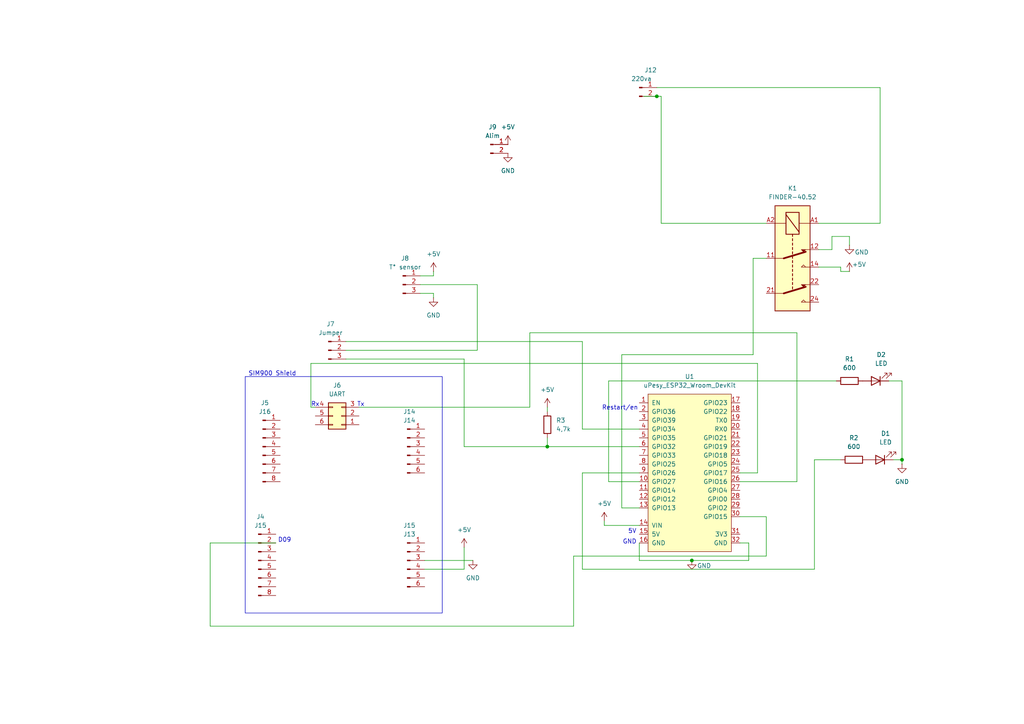
<source format=kicad_sch>
(kicad_sch
	(version 20231120)
	(generator "eeschema")
	(generator_version "8.0")
	(uuid "8cff81d6-9fbe-42bb-8724-11e220b4f8e6")
	(paper "A4")
	(lib_symbols
		(symbol "Connector:Conn_01x02_Pin"
			(pin_names
				(offset 1.016) hide)
			(exclude_from_sim no)
			(in_bom yes)
			(on_board yes)
			(property "Reference" "J"
				(at 0 2.54 0)
				(effects
					(font
						(size 1.27 1.27)
					)
				)
			)
			(property "Value" "Conn_01x02_Pin"
				(at 0 -5.08 0)
				(effects
					(font
						(size 1.27 1.27)
					)
				)
			)
			(property "Footprint" ""
				(at 0 0 0)
				(effects
					(font
						(size 1.27 1.27)
					)
					(hide yes)
				)
			)
			(property "Datasheet" "~"
				(at 0 0 0)
				(effects
					(font
						(size 1.27 1.27)
					)
					(hide yes)
				)
			)
			(property "Description" "Generic connector, single row, 01x02, script generated"
				(at 0 0 0)
				(effects
					(font
						(size 1.27 1.27)
					)
					(hide yes)
				)
			)
			(property "ki_locked" ""
				(at 0 0 0)
				(effects
					(font
						(size 1.27 1.27)
					)
				)
			)
			(property "ki_keywords" "connector"
				(at 0 0 0)
				(effects
					(font
						(size 1.27 1.27)
					)
					(hide yes)
				)
			)
			(property "ki_fp_filters" "Connector*:*_1x??_*"
				(at 0 0 0)
				(effects
					(font
						(size 1.27 1.27)
					)
					(hide yes)
				)
			)
			(symbol "Conn_01x02_Pin_1_1"
				(polyline
					(pts
						(xy 1.27 -2.54) (xy 0.8636 -2.54)
					)
					(stroke
						(width 0.1524)
						(type default)
					)
					(fill
						(type none)
					)
				)
				(polyline
					(pts
						(xy 1.27 0) (xy 0.8636 0)
					)
					(stroke
						(width 0.1524)
						(type default)
					)
					(fill
						(type none)
					)
				)
				(rectangle
					(start 0.8636 -2.413)
					(end 0 -2.667)
					(stroke
						(width 0.1524)
						(type default)
					)
					(fill
						(type outline)
					)
				)
				(rectangle
					(start 0.8636 0.127)
					(end 0 -0.127)
					(stroke
						(width 0.1524)
						(type default)
					)
					(fill
						(type outline)
					)
				)
				(pin passive line
					(at 5.08 0 180)
					(length 3.81)
					(name "Pin_1"
						(effects
							(font
								(size 1.27 1.27)
							)
						)
					)
					(number "1"
						(effects
							(font
								(size 1.27 1.27)
							)
						)
					)
				)
				(pin passive line
					(at 5.08 -2.54 180)
					(length 3.81)
					(name "Pin_2"
						(effects
							(font
								(size 1.27 1.27)
							)
						)
					)
					(number "2"
						(effects
							(font
								(size 1.27 1.27)
							)
						)
					)
				)
			)
		)
		(symbol "Connector:Conn_01x03_Pin"
			(pin_names
				(offset 1.016) hide)
			(exclude_from_sim no)
			(in_bom yes)
			(on_board yes)
			(property "Reference" "J"
				(at 0 5.08 0)
				(effects
					(font
						(size 1.27 1.27)
					)
				)
			)
			(property "Value" "Conn_01x03_Pin"
				(at 0 -5.08 0)
				(effects
					(font
						(size 1.27 1.27)
					)
				)
			)
			(property "Footprint" ""
				(at 0 0 0)
				(effects
					(font
						(size 1.27 1.27)
					)
					(hide yes)
				)
			)
			(property "Datasheet" "~"
				(at 0 0 0)
				(effects
					(font
						(size 1.27 1.27)
					)
					(hide yes)
				)
			)
			(property "Description" "Generic connector, single row, 01x03, script generated"
				(at 0 0 0)
				(effects
					(font
						(size 1.27 1.27)
					)
					(hide yes)
				)
			)
			(property "ki_locked" ""
				(at 0 0 0)
				(effects
					(font
						(size 1.27 1.27)
					)
				)
			)
			(property "ki_keywords" "connector"
				(at 0 0 0)
				(effects
					(font
						(size 1.27 1.27)
					)
					(hide yes)
				)
			)
			(property "ki_fp_filters" "Connector*:*_1x??_*"
				(at 0 0 0)
				(effects
					(font
						(size 1.27 1.27)
					)
					(hide yes)
				)
			)
			(symbol "Conn_01x03_Pin_1_1"
				(polyline
					(pts
						(xy 1.27 -2.54) (xy 0.8636 -2.54)
					)
					(stroke
						(width 0.1524)
						(type default)
					)
					(fill
						(type none)
					)
				)
				(polyline
					(pts
						(xy 1.27 0) (xy 0.8636 0)
					)
					(stroke
						(width 0.1524)
						(type default)
					)
					(fill
						(type none)
					)
				)
				(polyline
					(pts
						(xy 1.27 2.54) (xy 0.8636 2.54)
					)
					(stroke
						(width 0.1524)
						(type default)
					)
					(fill
						(type none)
					)
				)
				(rectangle
					(start 0.8636 -2.413)
					(end 0 -2.667)
					(stroke
						(width 0.1524)
						(type default)
					)
					(fill
						(type outline)
					)
				)
				(rectangle
					(start 0.8636 0.127)
					(end 0 -0.127)
					(stroke
						(width 0.1524)
						(type default)
					)
					(fill
						(type outline)
					)
				)
				(rectangle
					(start 0.8636 2.667)
					(end 0 2.413)
					(stroke
						(width 0.1524)
						(type default)
					)
					(fill
						(type outline)
					)
				)
				(pin passive line
					(at 5.08 2.54 180)
					(length 3.81)
					(name "Pin_1"
						(effects
							(font
								(size 1.27 1.27)
							)
						)
					)
					(number "1"
						(effects
							(font
								(size 1.27 1.27)
							)
						)
					)
				)
				(pin passive line
					(at 5.08 0 180)
					(length 3.81)
					(name "Pin_2"
						(effects
							(font
								(size 1.27 1.27)
							)
						)
					)
					(number "2"
						(effects
							(font
								(size 1.27 1.27)
							)
						)
					)
				)
				(pin passive line
					(at 5.08 -2.54 180)
					(length 3.81)
					(name "Pin_3"
						(effects
							(font
								(size 1.27 1.27)
							)
						)
					)
					(number "3"
						(effects
							(font
								(size 1.27 1.27)
							)
						)
					)
				)
			)
		)
		(symbol "Connector:Conn_01x06_Pin"
			(pin_names
				(offset 1.016) hide)
			(exclude_from_sim no)
			(in_bom yes)
			(on_board yes)
			(property "Reference" "J"
				(at 0 7.62 0)
				(effects
					(font
						(size 1.27 1.27)
					)
				)
			)
			(property "Value" "Conn_01x06_Pin"
				(at 0 -10.16 0)
				(effects
					(font
						(size 1.27 1.27)
					)
				)
			)
			(property "Footprint" ""
				(at 0 0 0)
				(effects
					(font
						(size 1.27 1.27)
					)
					(hide yes)
				)
			)
			(property "Datasheet" "~"
				(at 0 0 0)
				(effects
					(font
						(size 1.27 1.27)
					)
					(hide yes)
				)
			)
			(property "Description" "Generic connector, single row, 01x06, script generated"
				(at 0 0 0)
				(effects
					(font
						(size 1.27 1.27)
					)
					(hide yes)
				)
			)
			(property "ki_locked" ""
				(at 0 0 0)
				(effects
					(font
						(size 1.27 1.27)
					)
				)
			)
			(property "ki_keywords" "connector"
				(at 0 0 0)
				(effects
					(font
						(size 1.27 1.27)
					)
					(hide yes)
				)
			)
			(property "ki_fp_filters" "Connector*:*_1x??_*"
				(at 0 0 0)
				(effects
					(font
						(size 1.27 1.27)
					)
					(hide yes)
				)
			)
			(symbol "Conn_01x06_Pin_1_1"
				(polyline
					(pts
						(xy 1.27 -7.62) (xy 0.8636 -7.62)
					)
					(stroke
						(width 0.1524)
						(type default)
					)
					(fill
						(type none)
					)
				)
				(polyline
					(pts
						(xy 1.27 -5.08) (xy 0.8636 -5.08)
					)
					(stroke
						(width 0.1524)
						(type default)
					)
					(fill
						(type none)
					)
				)
				(polyline
					(pts
						(xy 1.27 -2.54) (xy 0.8636 -2.54)
					)
					(stroke
						(width 0.1524)
						(type default)
					)
					(fill
						(type none)
					)
				)
				(polyline
					(pts
						(xy 1.27 0) (xy 0.8636 0)
					)
					(stroke
						(width 0.1524)
						(type default)
					)
					(fill
						(type none)
					)
				)
				(polyline
					(pts
						(xy 1.27 2.54) (xy 0.8636 2.54)
					)
					(stroke
						(width 0.1524)
						(type default)
					)
					(fill
						(type none)
					)
				)
				(polyline
					(pts
						(xy 1.27 5.08) (xy 0.8636 5.08)
					)
					(stroke
						(width 0.1524)
						(type default)
					)
					(fill
						(type none)
					)
				)
				(rectangle
					(start 0.8636 -7.493)
					(end 0 -7.747)
					(stroke
						(width 0.1524)
						(type default)
					)
					(fill
						(type outline)
					)
				)
				(rectangle
					(start 0.8636 -4.953)
					(end 0 -5.207)
					(stroke
						(width 0.1524)
						(type default)
					)
					(fill
						(type outline)
					)
				)
				(rectangle
					(start 0.8636 -2.413)
					(end 0 -2.667)
					(stroke
						(width 0.1524)
						(type default)
					)
					(fill
						(type outline)
					)
				)
				(rectangle
					(start 0.8636 0.127)
					(end 0 -0.127)
					(stroke
						(width 0.1524)
						(type default)
					)
					(fill
						(type outline)
					)
				)
				(rectangle
					(start 0.8636 2.667)
					(end 0 2.413)
					(stroke
						(width 0.1524)
						(type default)
					)
					(fill
						(type outline)
					)
				)
				(rectangle
					(start 0.8636 5.207)
					(end 0 4.953)
					(stroke
						(width 0.1524)
						(type default)
					)
					(fill
						(type outline)
					)
				)
				(pin passive line
					(at 5.08 5.08 180)
					(length 3.81)
					(name "Pin_1"
						(effects
							(font
								(size 1.27 1.27)
							)
						)
					)
					(number "1"
						(effects
							(font
								(size 1.27 1.27)
							)
						)
					)
				)
				(pin passive line
					(at 5.08 2.54 180)
					(length 3.81)
					(name "Pin_2"
						(effects
							(font
								(size 1.27 1.27)
							)
						)
					)
					(number "2"
						(effects
							(font
								(size 1.27 1.27)
							)
						)
					)
				)
				(pin passive line
					(at 5.08 0 180)
					(length 3.81)
					(name "Pin_3"
						(effects
							(font
								(size 1.27 1.27)
							)
						)
					)
					(number "3"
						(effects
							(font
								(size 1.27 1.27)
							)
						)
					)
				)
				(pin passive line
					(at 5.08 -2.54 180)
					(length 3.81)
					(name "Pin_4"
						(effects
							(font
								(size 1.27 1.27)
							)
						)
					)
					(number "4"
						(effects
							(font
								(size 1.27 1.27)
							)
						)
					)
				)
				(pin passive line
					(at 5.08 -5.08 180)
					(length 3.81)
					(name "Pin_5"
						(effects
							(font
								(size 1.27 1.27)
							)
						)
					)
					(number "5"
						(effects
							(font
								(size 1.27 1.27)
							)
						)
					)
				)
				(pin passive line
					(at 5.08 -7.62 180)
					(length 3.81)
					(name "Pin_6"
						(effects
							(font
								(size 1.27 1.27)
							)
						)
					)
					(number "6"
						(effects
							(font
								(size 1.27 1.27)
							)
						)
					)
				)
			)
		)
		(symbol "Connector:Conn_01x08_Pin"
			(pin_names
				(offset 1.016) hide)
			(exclude_from_sim no)
			(in_bom yes)
			(on_board yes)
			(property "Reference" "J"
				(at 0 10.16 0)
				(effects
					(font
						(size 1.27 1.27)
					)
				)
			)
			(property "Value" "Conn_01x08_Pin"
				(at 0 -12.7 0)
				(effects
					(font
						(size 1.27 1.27)
					)
				)
			)
			(property "Footprint" ""
				(at 0 0 0)
				(effects
					(font
						(size 1.27 1.27)
					)
					(hide yes)
				)
			)
			(property "Datasheet" "~"
				(at 0 0 0)
				(effects
					(font
						(size 1.27 1.27)
					)
					(hide yes)
				)
			)
			(property "Description" "Generic connector, single row, 01x08, script generated"
				(at 0 0 0)
				(effects
					(font
						(size 1.27 1.27)
					)
					(hide yes)
				)
			)
			(property "ki_locked" ""
				(at 0 0 0)
				(effects
					(font
						(size 1.27 1.27)
					)
				)
			)
			(property "ki_keywords" "connector"
				(at 0 0 0)
				(effects
					(font
						(size 1.27 1.27)
					)
					(hide yes)
				)
			)
			(property "ki_fp_filters" "Connector*:*_1x??_*"
				(at 0 0 0)
				(effects
					(font
						(size 1.27 1.27)
					)
					(hide yes)
				)
			)
			(symbol "Conn_01x08_Pin_1_1"
				(polyline
					(pts
						(xy 1.27 -10.16) (xy 0.8636 -10.16)
					)
					(stroke
						(width 0.1524)
						(type default)
					)
					(fill
						(type none)
					)
				)
				(polyline
					(pts
						(xy 1.27 -7.62) (xy 0.8636 -7.62)
					)
					(stroke
						(width 0.1524)
						(type default)
					)
					(fill
						(type none)
					)
				)
				(polyline
					(pts
						(xy 1.27 -5.08) (xy 0.8636 -5.08)
					)
					(stroke
						(width 0.1524)
						(type default)
					)
					(fill
						(type none)
					)
				)
				(polyline
					(pts
						(xy 1.27 -2.54) (xy 0.8636 -2.54)
					)
					(stroke
						(width 0.1524)
						(type default)
					)
					(fill
						(type none)
					)
				)
				(polyline
					(pts
						(xy 1.27 0) (xy 0.8636 0)
					)
					(stroke
						(width 0.1524)
						(type default)
					)
					(fill
						(type none)
					)
				)
				(polyline
					(pts
						(xy 1.27 2.54) (xy 0.8636 2.54)
					)
					(stroke
						(width 0.1524)
						(type default)
					)
					(fill
						(type none)
					)
				)
				(polyline
					(pts
						(xy 1.27 5.08) (xy 0.8636 5.08)
					)
					(stroke
						(width 0.1524)
						(type default)
					)
					(fill
						(type none)
					)
				)
				(polyline
					(pts
						(xy 1.27 7.62) (xy 0.8636 7.62)
					)
					(stroke
						(width 0.1524)
						(type default)
					)
					(fill
						(type none)
					)
				)
				(rectangle
					(start 0.8636 -10.033)
					(end 0 -10.287)
					(stroke
						(width 0.1524)
						(type default)
					)
					(fill
						(type outline)
					)
				)
				(rectangle
					(start 0.8636 -7.493)
					(end 0 -7.747)
					(stroke
						(width 0.1524)
						(type default)
					)
					(fill
						(type outline)
					)
				)
				(rectangle
					(start 0.8636 -4.953)
					(end 0 -5.207)
					(stroke
						(width 0.1524)
						(type default)
					)
					(fill
						(type outline)
					)
				)
				(rectangle
					(start 0.8636 -2.413)
					(end 0 -2.667)
					(stroke
						(width 0.1524)
						(type default)
					)
					(fill
						(type outline)
					)
				)
				(rectangle
					(start 0.8636 0.127)
					(end 0 -0.127)
					(stroke
						(width 0.1524)
						(type default)
					)
					(fill
						(type outline)
					)
				)
				(rectangle
					(start 0.8636 2.667)
					(end 0 2.413)
					(stroke
						(width 0.1524)
						(type default)
					)
					(fill
						(type outline)
					)
				)
				(rectangle
					(start 0.8636 5.207)
					(end 0 4.953)
					(stroke
						(width 0.1524)
						(type default)
					)
					(fill
						(type outline)
					)
				)
				(rectangle
					(start 0.8636 7.747)
					(end 0 7.493)
					(stroke
						(width 0.1524)
						(type default)
					)
					(fill
						(type outline)
					)
				)
				(pin passive line
					(at 5.08 7.62 180)
					(length 3.81)
					(name "Pin_1"
						(effects
							(font
								(size 1.27 1.27)
							)
						)
					)
					(number "1"
						(effects
							(font
								(size 1.27 1.27)
							)
						)
					)
				)
				(pin passive line
					(at 5.08 5.08 180)
					(length 3.81)
					(name "Pin_2"
						(effects
							(font
								(size 1.27 1.27)
							)
						)
					)
					(number "2"
						(effects
							(font
								(size 1.27 1.27)
							)
						)
					)
				)
				(pin passive line
					(at 5.08 2.54 180)
					(length 3.81)
					(name "Pin_3"
						(effects
							(font
								(size 1.27 1.27)
							)
						)
					)
					(number "3"
						(effects
							(font
								(size 1.27 1.27)
							)
						)
					)
				)
				(pin passive line
					(at 5.08 0 180)
					(length 3.81)
					(name "Pin_4"
						(effects
							(font
								(size 1.27 1.27)
							)
						)
					)
					(number "4"
						(effects
							(font
								(size 1.27 1.27)
							)
						)
					)
				)
				(pin passive line
					(at 5.08 -2.54 180)
					(length 3.81)
					(name "Pin_5"
						(effects
							(font
								(size 1.27 1.27)
							)
						)
					)
					(number "5"
						(effects
							(font
								(size 1.27 1.27)
							)
						)
					)
				)
				(pin passive line
					(at 5.08 -5.08 180)
					(length 3.81)
					(name "Pin_6"
						(effects
							(font
								(size 1.27 1.27)
							)
						)
					)
					(number "6"
						(effects
							(font
								(size 1.27 1.27)
							)
						)
					)
				)
				(pin passive line
					(at 5.08 -7.62 180)
					(length 3.81)
					(name "Pin_7"
						(effects
							(font
								(size 1.27 1.27)
							)
						)
					)
					(number "7"
						(effects
							(font
								(size 1.27 1.27)
							)
						)
					)
				)
				(pin passive line
					(at 5.08 -10.16 180)
					(length 3.81)
					(name "Pin_8"
						(effects
							(font
								(size 1.27 1.27)
							)
						)
					)
					(number "8"
						(effects
							(font
								(size 1.27 1.27)
							)
						)
					)
				)
			)
		)
		(symbol "Connector_Generic:Conn_02x03_Counter_Clockwise"
			(pin_names
				(offset 1.016) hide)
			(exclude_from_sim no)
			(in_bom yes)
			(on_board yes)
			(property "Reference" "J"
				(at 1.27 5.08 0)
				(effects
					(font
						(size 1.27 1.27)
					)
				)
			)
			(property "Value" "Conn_02x03_Counter_Clockwise"
				(at 1.27 -5.08 0)
				(effects
					(font
						(size 1.27 1.27)
					)
				)
			)
			(property "Footprint" ""
				(at 0 0 0)
				(effects
					(font
						(size 1.27 1.27)
					)
					(hide yes)
				)
			)
			(property "Datasheet" "~"
				(at 0 0 0)
				(effects
					(font
						(size 1.27 1.27)
					)
					(hide yes)
				)
			)
			(property "Description" "Generic connector, double row, 02x03, counter clockwise pin numbering scheme (similar to DIP package numbering), script generated (kicad-library-utils/schlib/autogen/connector/)"
				(at 0 0 0)
				(effects
					(font
						(size 1.27 1.27)
					)
					(hide yes)
				)
			)
			(property "ki_keywords" "connector"
				(at 0 0 0)
				(effects
					(font
						(size 1.27 1.27)
					)
					(hide yes)
				)
			)
			(property "ki_fp_filters" "Connector*:*_2x??_*"
				(at 0 0 0)
				(effects
					(font
						(size 1.27 1.27)
					)
					(hide yes)
				)
			)
			(symbol "Conn_02x03_Counter_Clockwise_1_1"
				(rectangle
					(start -1.27 -2.413)
					(end 0 -2.667)
					(stroke
						(width 0.1524)
						(type default)
					)
					(fill
						(type none)
					)
				)
				(rectangle
					(start -1.27 0.127)
					(end 0 -0.127)
					(stroke
						(width 0.1524)
						(type default)
					)
					(fill
						(type none)
					)
				)
				(rectangle
					(start -1.27 2.667)
					(end 0 2.413)
					(stroke
						(width 0.1524)
						(type default)
					)
					(fill
						(type none)
					)
				)
				(rectangle
					(start -1.27 3.81)
					(end 3.81 -3.81)
					(stroke
						(width 0.254)
						(type default)
					)
					(fill
						(type background)
					)
				)
				(rectangle
					(start 3.81 -2.413)
					(end 2.54 -2.667)
					(stroke
						(width 0.1524)
						(type default)
					)
					(fill
						(type none)
					)
				)
				(rectangle
					(start 3.81 0.127)
					(end 2.54 -0.127)
					(stroke
						(width 0.1524)
						(type default)
					)
					(fill
						(type none)
					)
				)
				(rectangle
					(start 3.81 2.667)
					(end 2.54 2.413)
					(stroke
						(width 0.1524)
						(type default)
					)
					(fill
						(type none)
					)
				)
				(pin passive line
					(at -5.08 2.54 0)
					(length 3.81)
					(name "Pin_1"
						(effects
							(font
								(size 1.27 1.27)
							)
						)
					)
					(number "1"
						(effects
							(font
								(size 1.27 1.27)
							)
						)
					)
				)
				(pin passive line
					(at -5.08 0 0)
					(length 3.81)
					(name "Pin_2"
						(effects
							(font
								(size 1.27 1.27)
							)
						)
					)
					(number "2"
						(effects
							(font
								(size 1.27 1.27)
							)
						)
					)
				)
				(pin passive line
					(at -5.08 -2.54 0)
					(length 3.81)
					(name "Pin_3"
						(effects
							(font
								(size 1.27 1.27)
							)
						)
					)
					(number "3"
						(effects
							(font
								(size 1.27 1.27)
							)
						)
					)
				)
				(pin passive line
					(at 7.62 -2.54 180)
					(length 3.81)
					(name "Pin_4"
						(effects
							(font
								(size 1.27 1.27)
							)
						)
					)
					(number "4"
						(effects
							(font
								(size 1.27 1.27)
							)
						)
					)
				)
				(pin passive line
					(at 7.62 0 180)
					(length 3.81)
					(name "Pin_5"
						(effects
							(font
								(size 1.27 1.27)
							)
						)
					)
					(number "5"
						(effects
							(font
								(size 1.27 1.27)
							)
						)
					)
				)
				(pin passive line
					(at 7.62 2.54 180)
					(length 3.81)
					(name "Pin_6"
						(effects
							(font
								(size 1.27 1.27)
							)
						)
					)
					(number "6"
						(effects
							(font
								(size 1.27 1.27)
							)
						)
					)
				)
			)
		)
		(symbol "Device:LED"
			(pin_numbers hide)
			(pin_names
				(offset 1.016) hide)
			(exclude_from_sim no)
			(in_bom yes)
			(on_board yes)
			(property "Reference" "D"
				(at 0 2.54 0)
				(effects
					(font
						(size 1.27 1.27)
					)
				)
			)
			(property "Value" "LED"
				(at 0 -2.54 0)
				(effects
					(font
						(size 1.27 1.27)
					)
				)
			)
			(property "Footprint" ""
				(at 0 0 0)
				(effects
					(font
						(size 1.27 1.27)
					)
					(hide yes)
				)
			)
			(property "Datasheet" "~"
				(at 0 0 0)
				(effects
					(font
						(size 1.27 1.27)
					)
					(hide yes)
				)
			)
			(property "Description" "Light emitting diode"
				(at 0 0 0)
				(effects
					(font
						(size 1.27 1.27)
					)
					(hide yes)
				)
			)
			(property "ki_keywords" "LED diode"
				(at 0 0 0)
				(effects
					(font
						(size 1.27 1.27)
					)
					(hide yes)
				)
			)
			(property "ki_fp_filters" "LED* LED_SMD:* LED_THT:*"
				(at 0 0 0)
				(effects
					(font
						(size 1.27 1.27)
					)
					(hide yes)
				)
			)
			(symbol "LED_0_1"
				(polyline
					(pts
						(xy -1.27 -1.27) (xy -1.27 1.27)
					)
					(stroke
						(width 0.254)
						(type default)
					)
					(fill
						(type none)
					)
				)
				(polyline
					(pts
						(xy -1.27 0) (xy 1.27 0)
					)
					(stroke
						(width 0)
						(type default)
					)
					(fill
						(type none)
					)
				)
				(polyline
					(pts
						(xy 1.27 -1.27) (xy 1.27 1.27) (xy -1.27 0) (xy 1.27 -1.27)
					)
					(stroke
						(width 0.254)
						(type default)
					)
					(fill
						(type none)
					)
				)
				(polyline
					(pts
						(xy -3.048 -0.762) (xy -4.572 -2.286) (xy -3.81 -2.286) (xy -4.572 -2.286) (xy -4.572 -1.524)
					)
					(stroke
						(width 0)
						(type default)
					)
					(fill
						(type none)
					)
				)
				(polyline
					(pts
						(xy -1.778 -0.762) (xy -3.302 -2.286) (xy -2.54 -2.286) (xy -3.302 -2.286) (xy -3.302 -1.524)
					)
					(stroke
						(width 0)
						(type default)
					)
					(fill
						(type none)
					)
				)
			)
			(symbol "LED_1_1"
				(pin passive line
					(at -3.81 0 0)
					(length 2.54)
					(name "K"
						(effects
							(font
								(size 1.27 1.27)
							)
						)
					)
					(number "1"
						(effects
							(font
								(size 1.27 1.27)
							)
						)
					)
				)
				(pin passive line
					(at 3.81 0 180)
					(length 2.54)
					(name "A"
						(effects
							(font
								(size 1.27 1.27)
							)
						)
					)
					(number "2"
						(effects
							(font
								(size 1.27 1.27)
							)
						)
					)
				)
			)
		)
		(symbol "Device:R"
			(pin_numbers hide)
			(pin_names
				(offset 0)
			)
			(exclude_from_sim no)
			(in_bom yes)
			(on_board yes)
			(property "Reference" "R"
				(at 2.032 0 90)
				(effects
					(font
						(size 1.27 1.27)
					)
				)
			)
			(property "Value" "R"
				(at 0 0 90)
				(effects
					(font
						(size 1.27 1.27)
					)
				)
			)
			(property "Footprint" ""
				(at -1.778 0 90)
				(effects
					(font
						(size 1.27 1.27)
					)
					(hide yes)
				)
			)
			(property "Datasheet" "~"
				(at 0 0 0)
				(effects
					(font
						(size 1.27 1.27)
					)
					(hide yes)
				)
			)
			(property "Description" "Resistor"
				(at 0 0 0)
				(effects
					(font
						(size 1.27 1.27)
					)
					(hide yes)
				)
			)
			(property "ki_keywords" "R res resistor"
				(at 0 0 0)
				(effects
					(font
						(size 1.27 1.27)
					)
					(hide yes)
				)
			)
			(property "ki_fp_filters" "R_*"
				(at 0 0 0)
				(effects
					(font
						(size 1.27 1.27)
					)
					(hide yes)
				)
			)
			(symbol "R_0_1"
				(rectangle
					(start -1.016 -2.54)
					(end 1.016 2.54)
					(stroke
						(width 0.254)
						(type default)
					)
					(fill
						(type none)
					)
				)
			)
			(symbol "R_1_1"
				(pin passive line
					(at 0 3.81 270)
					(length 1.27)
					(name "~"
						(effects
							(font
								(size 1.27 1.27)
							)
						)
					)
					(number "1"
						(effects
							(font
								(size 1.27 1.27)
							)
						)
					)
				)
				(pin passive line
					(at 0 -3.81 90)
					(length 1.27)
					(name "~"
						(effects
							(font
								(size 1.27 1.27)
							)
						)
					)
					(number "2"
						(effects
							(font
								(size 1.27 1.27)
							)
						)
					)
				)
			)
		)
		(symbol "Relay:FINDER-40.52"
			(exclude_from_sim no)
			(in_bom yes)
			(on_board yes)
			(property "Reference" "K"
				(at 16.51 3.81 0)
				(effects
					(font
						(size 1.27 1.27)
					)
					(justify left)
				)
			)
			(property "Value" "FINDER-40.52"
				(at 16.51 1.27 0)
				(effects
					(font
						(size 1.27 1.27)
					)
					(justify left)
				)
			)
			(property "Footprint" "Relay_THT:Relay_DPDT_Finder_40.52"
				(at 34.29 -0.762 0)
				(effects
					(font
						(size 1.27 1.27)
					)
					(hide yes)
				)
			)
			(property "Datasheet" "http://gfinder.findernet.com/assets/Series/353/S40EN.pdf"
				(at 0 0 0)
				(effects
					(font
						(size 1.27 1.27)
					)
					(hide yes)
				)
			)
			(property "Description" "FINDER 40.52, Dual Pole Relay, 5mm Pitch, 10A"
				(at 0 0 0)
				(effects
					(font
						(size 1.27 1.27)
					)
					(hide yes)
				)
			)
			(property "ki_keywords" "Dual Pole Relay"
				(at 0 0 0)
				(effects
					(font
						(size 1.27 1.27)
					)
					(hide yes)
				)
			)
			(property "ki_fp_filters" "Relay*DPDT*Finder*40.52*"
				(at 0 0 0)
				(effects
					(font
						(size 1.27 1.27)
					)
					(hide yes)
				)
			)
			(symbol "FINDER-40.52_0_1"
				(rectangle
					(start -15.24 5.08)
					(end 15.24 -5.08)
					(stroke
						(width 0.254)
						(type default)
					)
					(fill
						(type background)
					)
				)
				(rectangle
					(start -13.335 1.905)
					(end -6.985 -1.905)
					(stroke
						(width 0.254)
						(type default)
					)
					(fill
						(type none)
					)
				)
				(polyline
					(pts
						(xy -12.7 -1.905) (xy -7.62 1.905)
					)
					(stroke
						(width 0.254)
						(type default)
					)
					(fill
						(type none)
					)
				)
				(polyline
					(pts
						(xy -10.16 -5.08) (xy -10.16 -1.905)
					)
					(stroke
						(width 0)
						(type default)
					)
					(fill
						(type none)
					)
				)
				(polyline
					(pts
						(xy -10.16 5.08) (xy -10.16 1.905)
					)
					(stroke
						(width 0)
						(type default)
					)
					(fill
						(type none)
					)
				)
				(polyline
					(pts
						(xy -6.985 0) (xy -6.35 0)
					)
					(stroke
						(width 0.254)
						(type default)
					)
					(fill
						(type none)
					)
				)
				(polyline
					(pts
						(xy -5.715 0) (xy -5.08 0)
					)
					(stroke
						(width 0.254)
						(type default)
					)
					(fill
						(type none)
					)
				)
				(polyline
					(pts
						(xy -4.445 0) (xy -3.81 0)
					)
					(stroke
						(width 0.254)
						(type default)
					)
					(fill
						(type none)
					)
				)
				(polyline
					(pts
						(xy -3.175 0) (xy -2.54 0)
					)
					(stroke
						(width 0.254)
						(type default)
					)
					(fill
						(type none)
					)
				)
				(polyline
					(pts
						(xy -1.905 0) (xy -1.27 0)
					)
					(stroke
						(width 0.254)
						(type default)
					)
					(fill
						(type none)
					)
				)
				(polyline
					(pts
						(xy -0.635 0) (xy 0 0)
					)
					(stroke
						(width 0.254)
						(type default)
					)
					(fill
						(type none)
					)
				)
				(polyline
					(pts
						(xy 0 -2.54) (xy -1.905 3.81)
					)
					(stroke
						(width 0.508)
						(type default)
					)
					(fill
						(type none)
					)
				)
				(polyline
					(pts
						(xy 0 -2.54) (xy 0 -5.08)
					)
					(stroke
						(width 0)
						(type default)
					)
					(fill
						(type none)
					)
				)
				(polyline
					(pts
						(xy 0.635 0) (xy 1.27 0)
					)
					(stroke
						(width 0.254)
						(type default)
					)
					(fill
						(type none)
					)
				)
				(polyline
					(pts
						(xy 1.905 0) (xy 2.54 0)
					)
					(stroke
						(width 0.254)
						(type default)
					)
					(fill
						(type none)
					)
				)
				(polyline
					(pts
						(xy 3.175 0) (xy 3.81 0)
					)
					(stroke
						(width 0.254)
						(type default)
					)
					(fill
						(type none)
					)
				)
				(polyline
					(pts
						(xy 4.445 0) (xy 5.08 0)
					)
					(stroke
						(width 0.254)
						(type default)
					)
					(fill
						(type none)
					)
				)
				(polyline
					(pts
						(xy 5.715 0) (xy 6.35 0)
					)
					(stroke
						(width 0.254)
						(type default)
					)
					(fill
						(type none)
					)
				)
				(polyline
					(pts
						(xy 6.985 0) (xy 7.62 0)
					)
					(stroke
						(width 0.254)
						(type default)
					)
					(fill
						(type none)
					)
				)
				(polyline
					(pts
						(xy 8.255 0) (xy 8.89 0)
					)
					(stroke
						(width 0.254)
						(type default)
					)
					(fill
						(type none)
					)
				)
				(polyline
					(pts
						(xy 10.16 -2.54) (xy 8.255 3.81)
					)
					(stroke
						(width 0.508)
						(type default)
					)
					(fill
						(type none)
					)
				)
				(polyline
					(pts
						(xy 10.16 -2.54) (xy 10.16 -5.08)
					)
					(stroke
						(width 0)
						(type default)
					)
					(fill
						(type none)
					)
				)
				(polyline
					(pts
						(xy -2.54 5.08) (xy -2.54 2.54) (xy -1.905 3.175) (xy -2.54 3.81)
					)
					(stroke
						(width 0)
						(type default)
					)
					(fill
						(type outline)
					)
				)
				(polyline
					(pts
						(xy 2.54 5.08) (xy 2.54 2.54) (xy 1.905 3.175) (xy 2.54 3.81)
					)
					(stroke
						(width 0)
						(type default)
					)
					(fill
						(type none)
					)
				)
				(polyline
					(pts
						(xy 7.62 5.08) (xy 7.62 2.54) (xy 8.255 3.175) (xy 7.62 3.81)
					)
					(stroke
						(width 0)
						(type default)
					)
					(fill
						(type outline)
					)
				)
				(polyline
					(pts
						(xy 12.7 5.08) (xy 12.7 2.54) (xy 12.065 3.175) (xy 12.7 3.81)
					)
					(stroke
						(width 0)
						(type default)
					)
					(fill
						(type none)
					)
				)
			)
			(symbol "FINDER-40.52_1_1"
				(pin passive line
					(at 0 -7.62 90)
					(length 2.54)
					(name "~"
						(effects
							(font
								(size 1.27 1.27)
							)
						)
					)
					(number "11"
						(effects
							(font
								(size 1.27 1.27)
							)
						)
					)
				)
				(pin passive line
					(at -2.54 7.62 270)
					(length 2.54)
					(name "~"
						(effects
							(font
								(size 1.27 1.27)
							)
						)
					)
					(number "12"
						(effects
							(font
								(size 1.27 1.27)
							)
						)
					)
				)
				(pin passive line
					(at 2.54 7.62 270)
					(length 2.54)
					(name "~"
						(effects
							(font
								(size 1.27 1.27)
							)
						)
					)
					(number "14"
						(effects
							(font
								(size 1.27 1.27)
							)
						)
					)
				)
				(pin passive line
					(at 10.16 -7.62 90)
					(length 2.54)
					(name "~"
						(effects
							(font
								(size 1.27 1.27)
							)
						)
					)
					(number "21"
						(effects
							(font
								(size 1.27 1.27)
							)
						)
					)
				)
				(pin passive line
					(at 7.62 7.62 270)
					(length 2.54)
					(name "~"
						(effects
							(font
								(size 1.27 1.27)
							)
						)
					)
					(number "22"
						(effects
							(font
								(size 1.27 1.27)
							)
						)
					)
				)
				(pin passive line
					(at 12.7 7.62 270)
					(length 2.54)
					(name "~"
						(effects
							(font
								(size 1.27 1.27)
							)
						)
					)
					(number "24"
						(effects
							(font
								(size 1.27 1.27)
							)
						)
					)
				)
				(pin passive line
					(at -10.16 7.62 270)
					(length 2.54)
					(name "~"
						(effects
							(font
								(size 1.27 1.27)
							)
						)
					)
					(number "A1"
						(effects
							(font
								(size 1.27 1.27)
							)
						)
					)
				)
				(pin passive line
					(at -10.16 -7.62 90)
					(length 2.54)
					(name "~"
						(effects
							(font
								(size 1.27 1.27)
							)
						)
					)
					(number "A2"
						(effects
							(font
								(size 1.27 1.27)
							)
						)
					)
				)
			)
		)
		(symbol "power:+5V"
			(power)
			(pin_numbers hide)
			(pin_names
				(offset 0) hide)
			(exclude_from_sim no)
			(in_bom yes)
			(on_board yes)
			(property "Reference" "#PWR"
				(at 0 -3.81 0)
				(effects
					(font
						(size 1.27 1.27)
					)
					(hide yes)
				)
			)
			(property "Value" "+5V"
				(at 0 3.556 0)
				(effects
					(font
						(size 1.27 1.27)
					)
				)
			)
			(property "Footprint" ""
				(at 0 0 0)
				(effects
					(font
						(size 1.27 1.27)
					)
					(hide yes)
				)
			)
			(property "Datasheet" ""
				(at 0 0 0)
				(effects
					(font
						(size 1.27 1.27)
					)
					(hide yes)
				)
			)
			(property "Description" "Power symbol creates a global label with name \"+5V\""
				(at 0 0 0)
				(effects
					(font
						(size 1.27 1.27)
					)
					(hide yes)
				)
			)
			(property "ki_keywords" "global power"
				(at 0 0 0)
				(effects
					(font
						(size 1.27 1.27)
					)
					(hide yes)
				)
			)
			(symbol "+5V_0_1"
				(polyline
					(pts
						(xy -0.762 1.27) (xy 0 2.54)
					)
					(stroke
						(width 0)
						(type default)
					)
					(fill
						(type none)
					)
				)
				(polyline
					(pts
						(xy 0 0) (xy 0 2.54)
					)
					(stroke
						(width 0)
						(type default)
					)
					(fill
						(type none)
					)
				)
				(polyline
					(pts
						(xy 0 2.54) (xy 0.762 1.27)
					)
					(stroke
						(width 0)
						(type default)
					)
					(fill
						(type none)
					)
				)
			)
			(symbol "+5V_1_1"
				(pin power_in line
					(at 0 0 90)
					(length 0)
					(name "~"
						(effects
							(font
								(size 1.27 1.27)
							)
						)
					)
					(number "1"
						(effects
							(font
								(size 1.27 1.27)
							)
						)
					)
				)
			)
		)
		(symbol "power:+5VA"
			(power)
			(pin_numbers hide)
			(pin_names
				(offset 0) hide)
			(exclude_from_sim no)
			(in_bom yes)
			(on_board yes)
			(property "Reference" "#PWR"
				(at 0 -3.81 0)
				(effects
					(font
						(size 1.27 1.27)
					)
					(hide yes)
				)
			)
			(property "Value" "+5VA"
				(at 0 3.556 0)
				(effects
					(font
						(size 1.27 1.27)
					)
				)
			)
			(property "Footprint" ""
				(at 0 0 0)
				(effects
					(font
						(size 1.27 1.27)
					)
					(hide yes)
				)
			)
			(property "Datasheet" ""
				(at 0 0 0)
				(effects
					(font
						(size 1.27 1.27)
					)
					(hide yes)
				)
			)
			(property "Description" "Power symbol creates a global label with name \"+5VA\""
				(at 0 0 0)
				(effects
					(font
						(size 1.27 1.27)
					)
					(hide yes)
				)
			)
			(property "ki_keywords" "global power"
				(at 0 0 0)
				(effects
					(font
						(size 1.27 1.27)
					)
					(hide yes)
				)
			)
			(symbol "+5VA_0_1"
				(polyline
					(pts
						(xy -0.762 1.27) (xy 0 2.54)
					)
					(stroke
						(width 0)
						(type default)
					)
					(fill
						(type none)
					)
				)
				(polyline
					(pts
						(xy 0 0) (xy 0 2.54)
					)
					(stroke
						(width 0)
						(type default)
					)
					(fill
						(type none)
					)
				)
				(polyline
					(pts
						(xy 0 2.54) (xy 0.762 1.27)
					)
					(stroke
						(width 0)
						(type default)
					)
					(fill
						(type none)
					)
				)
			)
			(symbol "+5VA_1_1"
				(pin power_in line
					(at 0 0 90)
					(length 0)
					(name "~"
						(effects
							(font
								(size 1.27 1.27)
							)
						)
					)
					(number "1"
						(effects
							(font
								(size 1.27 1.27)
							)
						)
					)
				)
			)
		)
		(symbol "power:GND"
			(power)
			(pin_numbers hide)
			(pin_names
				(offset 0) hide)
			(exclude_from_sim no)
			(in_bom yes)
			(on_board yes)
			(property "Reference" "#PWR"
				(at 0 -6.35 0)
				(effects
					(font
						(size 1.27 1.27)
					)
					(hide yes)
				)
			)
			(property "Value" "GND"
				(at 0 -3.81 0)
				(effects
					(font
						(size 1.27 1.27)
					)
				)
			)
			(property "Footprint" ""
				(at 0 0 0)
				(effects
					(font
						(size 1.27 1.27)
					)
					(hide yes)
				)
			)
			(property "Datasheet" ""
				(at 0 0 0)
				(effects
					(font
						(size 1.27 1.27)
					)
					(hide yes)
				)
			)
			(property "Description" "Power symbol creates a global label with name \"GND\" , ground"
				(at 0 0 0)
				(effects
					(font
						(size 1.27 1.27)
					)
					(hide yes)
				)
			)
			(property "ki_keywords" "global power"
				(at 0 0 0)
				(effects
					(font
						(size 1.27 1.27)
					)
					(hide yes)
				)
			)
			(symbol "GND_0_1"
				(polyline
					(pts
						(xy 0 0) (xy 0 -1.27) (xy 1.27 -1.27) (xy 0 -2.54) (xy -1.27 -1.27) (xy 0 -1.27)
					)
					(stroke
						(width 0)
						(type default)
					)
					(fill
						(type none)
					)
				)
			)
			(symbol "GND_1_1"
				(pin power_in line
					(at 0 0 270)
					(length 0)
					(name "~"
						(effects
							(font
								(size 1.27 1.27)
							)
						)
					)
					(number "1"
						(effects
							(font
								(size 1.27 1.27)
							)
						)
					)
				)
			)
		)
		(symbol "uPesy Boards:uPesy_ESP32_Wroom_DevKit"
			(pin_names
				(offset 1.016)
			)
			(exclude_from_sim no)
			(in_bom yes)
			(on_board yes)
			(property "Reference" "U"
				(at 0 26.67 0)
				(effects
					(font
						(size 1.27 1.27)
					)
				)
			)
			(property "Value" "uPesy_ESP32_Wroom_DevKit"
				(at 0 -24.13 0)
				(effects
					(font
						(size 1.27 1.27)
					)
				)
			)
			(property "Footprint" "uPesy_Boards:uPesy_ESP32_Wroom_DevKit"
				(at -1.27 26.67 0)
				(effects
					(font
						(size 1.27 1.27)
					)
					(hide yes)
				)
			)
			(property "Datasheet" "https://www.upesy.com/products/upesy-esp32-wroom-devkit-board"
				(at -1.27 26.67 0)
				(effects
					(font
						(size 1.27 1.27)
					)
					(hide yes)
				)
			)
			(property "Description" "uPesy ESP32 Wroom DevKit board. An ESP32 board fully compatible on breadboard made by uPesy Electronics"
				(at 0 0 0)
				(effects
					(font
						(size 1.27 1.27)
					)
					(hide yes)
				)
			)
			(property "ki_keywords" "upesy esp32 wifi"
				(at 0 0 0)
				(effects
					(font
						(size 1.27 1.27)
					)
					(hide yes)
				)
			)
			(symbol "uPesy_ESP32_Wroom_DevKit_0_0"
				(pin bidirectional line
					(at -13.97 -1.27 0)
					(length 2.54)
					(name "GPIO27"
						(effects
							(font
								(size 1.27 1.27)
							)
						)
					)
					(number "10"
						(effects
							(font
								(size 1.27 1.27)
							)
						)
					)
				)
				(pin bidirectional line
					(at -13.97 -3.81 0)
					(length 2.54)
					(name "GPIO14"
						(effects
							(font
								(size 1.27 1.27)
							)
						)
					)
					(number "11"
						(effects
							(font
								(size 1.27 1.27)
							)
						)
					)
				)
				(pin bidirectional line
					(at -13.97 -6.35 0)
					(length 2.54)
					(name "GPIO12"
						(effects
							(font
								(size 1.27 1.27)
							)
						)
					)
					(number "12"
						(effects
							(font
								(size 1.27 1.27)
							)
						)
					)
				)
				(pin bidirectional line
					(at -13.97 -8.89 0)
					(length 2.54)
					(name "GPIO13"
						(effects
							(font
								(size 1.27 1.27)
							)
						)
					)
					(number "13"
						(effects
							(font
								(size 1.27 1.27)
							)
						)
					)
				)
				(pin power_out line
					(at -13.97 -16.51 0)
					(length 2.54)
					(name "5V"
						(effects
							(font
								(size 1.27 1.27)
							)
						)
					)
					(number "15"
						(effects
							(font
								(size 1.27 1.27)
							)
						)
					)
				)
				(pin power_out line
					(at -13.97 -19.05 0)
					(length 2.54)
					(name "GND"
						(effects
							(font
								(size 1.27 1.27)
							)
						)
					)
					(number "16"
						(effects
							(font
								(size 1.27 1.27)
							)
						)
					)
				)
				(pin bidirectional line
					(at 15.24 21.59 180)
					(length 2.54)
					(name "GPIO23"
						(effects
							(font
								(size 1.27 1.27)
							)
						)
					)
					(number "17"
						(effects
							(font
								(size 1.27 1.27)
							)
						)
					)
				)
				(pin bidirectional line
					(at 15.24 19.05 180)
					(length 2.54)
					(name "GPIO22"
						(effects
							(font
								(size 1.27 1.27)
							)
						)
					)
					(number "18"
						(effects
							(font
								(size 1.27 1.27)
							)
						)
					)
				)
				(pin bidirectional line
					(at 15.24 16.51 180)
					(length 2.54)
					(name "TX0"
						(effects
							(font
								(size 1.27 1.27)
							)
						)
					)
					(number "19"
						(effects
							(font
								(size 1.27 1.27)
							)
						)
					)
				)
				(pin bidirectional line
					(at 15.24 13.97 180)
					(length 2.54)
					(name "RX0"
						(effects
							(font
								(size 1.27 1.27)
							)
						)
					)
					(number "20"
						(effects
							(font
								(size 1.27 1.27)
							)
						)
					)
				)
				(pin bidirectional line
					(at 15.24 11.43 180)
					(length 2.54)
					(name "GPIO21"
						(effects
							(font
								(size 1.27 1.27)
							)
						)
					)
					(number "21"
						(effects
							(font
								(size 1.27 1.27)
							)
						)
					)
				)
				(pin bidirectional line
					(at 15.24 8.89 180)
					(length 2.54)
					(name "GPIO19"
						(effects
							(font
								(size 1.27 1.27)
							)
						)
					)
					(number "22"
						(effects
							(font
								(size 1.27 1.27)
							)
						)
					)
				)
				(pin bidirectional line
					(at 15.24 6.35 180)
					(length 2.54)
					(name "GPIO18"
						(effects
							(font
								(size 1.27 1.27)
							)
						)
					)
					(number "23"
						(effects
							(font
								(size 1.27 1.27)
							)
						)
					)
				)
				(pin bidirectional line
					(at 15.24 3.81 180)
					(length 2.54)
					(name "GPIO5"
						(effects
							(font
								(size 1.27 1.27)
							)
						)
					)
					(number "24"
						(effects
							(font
								(size 1.27 1.27)
							)
						)
					)
				)
				(pin bidirectional line
					(at 15.24 1.27 180)
					(length 2.54)
					(name "GPIO17"
						(effects
							(font
								(size 1.27 1.27)
							)
						)
					)
					(number "25"
						(effects
							(font
								(size 1.27 1.27)
							)
						)
					)
				)
				(pin bidirectional line
					(at 15.24 -1.27 180)
					(length 2.54)
					(name "GPIO16"
						(effects
							(font
								(size 1.27 1.27)
							)
						)
					)
					(number "26"
						(effects
							(font
								(size 1.27 1.27)
							)
						)
					)
				)
				(pin bidirectional line
					(at 15.24 -3.81 180)
					(length 2.54)
					(name "GPIO4"
						(effects
							(font
								(size 1.27 1.27)
							)
						)
					)
					(number "27"
						(effects
							(font
								(size 1.27 1.27)
							)
						)
					)
				)
				(pin bidirectional line
					(at 15.24 -6.35 180)
					(length 2.54)
					(name "GPIO0"
						(effects
							(font
								(size 1.27 1.27)
							)
						)
					)
					(number "28"
						(effects
							(font
								(size 1.27 1.27)
							)
						)
					)
				)
				(pin bidirectional line
					(at 15.24 -8.89 180)
					(length 2.54)
					(name "GPIO2"
						(effects
							(font
								(size 1.27 1.27)
							)
						)
					)
					(number "29"
						(effects
							(font
								(size 1.27 1.27)
							)
						)
					)
				)
				(pin bidirectional line
					(at 15.24 -11.43 180)
					(length 2.54)
					(name "GPIO15"
						(effects
							(font
								(size 1.27 1.27)
							)
						)
					)
					(number "30"
						(effects
							(font
								(size 1.27 1.27)
							)
						)
					)
				)
				(pin power_out line
					(at 15.24 -16.51 180)
					(length 2.54)
					(name "3V3"
						(effects
							(font
								(size 1.27 1.27)
							)
						)
					)
					(number "31"
						(effects
							(font
								(size 1.27 1.27)
							)
						)
					)
				)
				(pin power_out line
					(at 15.24 -19.05 180)
					(length 2.54)
					(name "GND"
						(effects
							(font
								(size 1.27 1.27)
							)
						)
					)
					(number "32"
						(effects
							(font
								(size 1.27 1.27)
							)
						)
					)
				)
				(pin bidirectional line
					(at -13.97 1.27 0)
					(length 2.54)
					(name "GPIO26"
						(effects
							(font
								(size 1.27 1.27)
							)
						)
					)
					(number "9"
						(effects
							(font
								(size 1.27 1.27)
							)
						)
					)
				)
			)
			(symbol "uPesy_ESP32_Wroom_DevKit_0_1"
				(rectangle
					(start -11.43 24.13)
					(end 12.7 -21.59)
					(stroke
						(width 0)
						(type default)
					)
					(fill
						(type background)
					)
				)
				(pin bidirectional line
					(at -13.97 3.81 0)
					(length 2.54)
					(name "GPIO25"
						(effects
							(font
								(size 1.27 1.27)
							)
						)
					)
					(number "8"
						(effects
							(font
								(size 1.27 1.27)
							)
						)
					)
				)
			)
			(symbol "uPesy_ESP32_Wroom_DevKit_1_1"
				(pin input line
					(at -13.97 21.59 0)
					(length 2.54)
					(name "EN"
						(effects
							(font
								(size 1.27 1.27)
							)
						)
					)
					(number "1"
						(effects
							(font
								(size 1.27 1.27)
							)
						)
					)
				)
				(pin power_in line
					(at -13.97 -13.97 0)
					(length 2.54)
					(name "VIN"
						(effects
							(font
								(size 1.27 1.27)
							)
						)
					)
					(number "14"
						(effects
							(font
								(size 1.27 1.27)
							)
						)
					)
				)
				(pin input line
					(at -13.97 19.05 0)
					(length 2.54)
					(name "GPIO36"
						(effects
							(font
								(size 1.27 1.27)
							)
						)
					)
					(number "2"
						(effects
							(font
								(size 1.27 1.27)
							)
						)
					)
				)
				(pin input line
					(at -13.97 16.51 0)
					(length 2.54)
					(name "GPIO39"
						(effects
							(font
								(size 1.27 1.27)
							)
						)
					)
					(number "3"
						(effects
							(font
								(size 1.27 1.27)
							)
						)
					)
				)
				(pin input line
					(at -13.97 13.97 0)
					(length 2.54)
					(name "GPIO34"
						(effects
							(font
								(size 1.27 1.27)
							)
						)
					)
					(number "4"
						(effects
							(font
								(size 1.27 1.27)
							)
						)
					)
				)
				(pin input line
					(at -13.97 11.43 0)
					(length 2.54)
					(name "GPIO35"
						(effects
							(font
								(size 1.27 1.27)
							)
						)
					)
					(number "5"
						(effects
							(font
								(size 1.27 1.27)
							)
						)
					)
				)
				(pin bidirectional line
					(at -13.97 8.89 0)
					(length 2.54)
					(name "GPIO32"
						(effects
							(font
								(size 1.27 1.27)
							)
						)
					)
					(number "6"
						(effects
							(font
								(size 1.27 1.27)
							)
						)
					)
				)
				(pin bidirectional line
					(at -13.97 6.35 0)
					(length 2.54)
					(name "GPIO33"
						(effects
							(font
								(size 1.27 1.27)
							)
						)
					)
					(number "7"
						(effects
							(font
								(size 1.27 1.27)
							)
						)
					)
				)
			)
		)
	)
	(junction
		(at 200.66 162.56)
		(diameter 0)
		(color 0 0 0 0)
		(uuid "10525e0d-68d1-486f-bfe8-c6d5b6ec2309")
	)
	(junction
		(at 158.75 129.54)
		(diameter 0)
		(color 0 0 0 0)
		(uuid "485960e1-fbd6-4a99-bfe0-4373bb3c2a07")
	)
	(junction
		(at 190.5 27.94)
		(diameter 0)
		(color 0 0 0 0)
		(uuid "c9742119-74d0-4090-a6cc-3a075ce532fb")
	)
	(junction
		(at 261.62 133.35)
		(diameter 0)
		(color 0 0 0 0)
		(uuid "cabe0d22-fc26-4151-87d3-e2a5d40c1c3a")
	)
	(wire
		(pts
			(xy 217.17 162.56) (xy 217.17 157.48)
		)
		(stroke
			(width 0)
			(type default)
		)
		(uuid "00e388f7-a4d8-4ce5-9f26-e71805f55aa5")
	)
	(wire
		(pts
			(xy 175.26 151.13) (xy 175.26 152.4)
		)
		(stroke
			(width 0)
			(type default)
		)
		(uuid "0cc73081-2997-4c4d-864d-75fd5510d6cb")
	)
	(wire
		(pts
			(xy 255.27 25.4) (xy 255.27 64.77)
		)
		(stroke
			(width 0)
			(type default)
		)
		(uuid "1c135765-6309-448a-92ec-d8bc7f21fdc1")
	)
	(wire
		(pts
			(xy 218.44 102.87) (xy 180.34 102.87)
		)
		(stroke
			(width 0)
			(type default)
		)
		(uuid "1c636e88-4f5d-4635-9392-26f733a29911")
	)
	(wire
		(pts
			(xy 123.19 162.56) (xy 137.16 162.56)
		)
		(stroke
			(width 0)
			(type default)
		)
		(uuid "1f697ce9-7f7c-48ad-bba1-f99cc0f6b2f9")
	)
	(wire
		(pts
			(xy 236.22 165.1) (xy 236.22 133.35)
		)
		(stroke
			(width 0)
			(type default)
		)
		(uuid "2cc8d514-12ee-4cb6-aa05-181ae6e2bb77")
	)
	(wire
		(pts
			(xy 158.75 129.54) (xy 134.62 129.54)
		)
		(stroke
			(width 0)
			(type default)
		)
		(uuid "2f2b50e5-5d65-4b6c-bf36-a58736bdc6b8")
	)
	(wire
		(pts
			(xy 259.08 133.35) (xy 261.62 133.35)
		)
		(stroke
			(width 0)
			(type default)
		)
		(uuid "2fbdf50f-2844-4e13-9fe3-8a8e2f3afbce")
	)
	(wire
		(pts
			(xy 60.96 181.61) (xy 166.37 181.61)
		)
		(stroke
			(width 0)
			(type default)
		)
		(uuid "31ea967b-8de6-4017-a650-7f0b7d31a27c")
	)
	(wire
		(pts
			(xy 168.91 137.16) (xy 185.42 137.16)
		)
		(stroke
			(width 0)
			(type default)
		)
		(uuid "394f37d4-f7b2-4042-be40-736436df6067")
	)
	(wire
		(pts
			(xy 166.37 181.61) (xy 166.37 161.29)
		)
		(stroke
			(width 0)
			(type default)
		)
		(uuid "39c6d8bc-1542-4a7a-95e1-38b3cac1e1b8")
	)
	(wire
		(pts
			(xy 90.17 105.41) (xy 90.17 118.11)
		)
		(stroke
			(width 0)
			(type default)
		)
		(uuid "3c62c2f8-fbe0-4a31-9f1a-e7f39448788b")
	)
	(wire
		(pts
			(xy 134.62 129.54) (xy 134.62 104.14)
		)
		(stroke
			(width 0)
			(type default)
		)
		(uuid "3d73dd0f-86c2-4cb9-a897-dfcf1db4fc17")
	)
	(wire
		(pts
			(xy 134.62 165.1) (xy 123.19 165.1)
		)
		(stroke
			(width 0)
			(type default)
		)
		(uuid "3e541744-6b8c-4285-b691-3a557b38fcae")
	)
	(wire
		(pts
			(xy 138.43 82.55) (xy 121.92 82.55)
		)
		(stroke
			(width 0)
			(type default)
		)
		(uuid "3e971074-ace8-4cdb-846d-e819a05b65f4")
	)
	(wire
		(pts
			(xy 191.77 27.94) (xy 190.5 27.94)
		)
		(stroke
			(width 0)
			(type default)
		)
		(uuid "404846aa-c7e9-41dc-9753-446376def3bf")
	)
	(wire
		(pts
			(xy 185.42 162.56) (xy 200.66 162.56)
		)
		(stroke
			(width 0)
			(type default)
		)
		(uuid "415f8988-5ea5-4e10-a550-f841faae0816")
	)
	(wire
		(pts
			(xy 176.53 139.7) (xy 185.42 139.7)
		)
		(stroke
			(width 0)
			(type default)
		)
		(uuid "4500e664-7c8a-445f-b7f0-97f70178aa66")
	)
	(wire
		(pts
			(xy 231.14 96.52) (xy 231.14 139.7)
		)
		(stroke
			(width 0)
			(type default)
		)
		(uuid "4957ae83-f563-444a-ab6e-8f31ba2aae3c")
	)
	(wire
		(pts
			(xy 236.22 133.35) (xy 243.84 133.35)
		)
		(stroke
			(width 0)
			(type default)
		)
		(uuid "4b91d3a1-3948-4cd1-8e2e-a412952de035")
	)
	(wire
		(pts
			(xy 134.62 104.14) (xy 100.33 104.14)
		)
		(stroke
			(width 0)
			(type default)
		)
		(uuid "4e1f5c50-deb7-4a3f-a730-05275b1e1e2d")
	)
	(wire
		(pts
			(xy 168.91 165.1) (xy 236.22 165.1)
		)
		(stroke
			(width 0)
			(type default)
		)
		(uuid "4e89d15a-7adc-4ca2-834d-de5b4d823adc")
	)
	(wire
		(pts
			(xy 222.25 149.86) (xy 222.25 161.29)
		)
		(stroke
			(width 0)
			(type default)
		)
		(uuid "50f4395d-d1f2-4461-8f06-81cb2c153d5f")
	)
	(wire
		(pts
			(xy 241.3 68.58) (xy 246.38 68.58)
		)
		(stroke
			(width 0)
			(type default)
		)
		(uuid "551d9852-9e34-4d29-8a9c-f7d58072e4a0")
	)
	(wire
		(pts
			(xy 219.71 137.16) (xy 214.63 137.16)
		)
		(stroke
			(width 0)
			(type default)
		)
		(uuid "5d0e2bc1-3cd5-4e1c-b6d2-6b08b327fbc9")
	)
	(wire
		(pts
			(xy 125.73 78.74) (xy 125.73 80.01)
		)
		(stroke
			(width 0)
			(type default)
		)
		(uuid "61e74ba4-edf7-4b65-a2c1-56b82a407ef3")
	)
	(wire
		(pts
			(xy 90.17 118.11) (xy 91.44 118.11)
		)
		(stroke
			(width 0)
			(type default)
		)
		(uuid "62384f34-9108-43d8-8050-1ad36406eaa6")
	)
	(wire
		(pts
			(xy 261.62 110.49) (xy 261.62 133.35)
		)
		(stroke
			(width 0)
			(type default)
		)
		(uuid "6a06fa35-3c64-489d-ab74-23af30633c94")
	)
	(wire
		(pts
			(xy 121.92 85.09) (xy 125.73 85.09)
		)
		(stroke
			(width 0)
			(type default)
		)
		(uuid "6dfb555d-b52f-452d-9112-8e60affaeb34")
	)
	(wire
		(pts
			(xy 166.37 161.29) (xy 222.25 161.29)
		)
		(stroke
			(width 0)
			(type default)
		)
		(uuid "6fbc7125-30e0-4e9f-acca-bc78aa4969b0")
	)
	(wire
		(pts
			(xy 214.63 157.48) (xy 217.17 157.48)
		)
		(stroke
			(width 0)
			(type default)
		)
		(uuid "722f218a-c35f-4d55-b5be-ffd691d2557b")
	)
	(wire
		(pts
			(xy 176.53 110.49) (xy 176.53 139.7)
		)
		(stroke
			(width 0)
			(type default)
		)
		(uuid "741ef5e0-89a4-4090-a326-4442e5735a88")
	)
	(wire
		(pts
			(xy 168.91 99.06) (xy 168.91 124.46)
		)
		(stroke
			(width 0)
			(type default)
		)
		(uuid "7b1d88a1-701f-4129-9fa4-d6958e9a7b6b")
	)
	(wire
		(pts
			(xy 134.62 158.75) (xy 134.62 165.1)
		)
		(stroke
			(width 0)
			(type default)
		)
		(uuid "7f78efba-621e-4c88-8264-3c8e7d144228")
	)
	(wire
		(pts
			(xy 153.67 118.11) (xy 153.67 96.52)
		)
		(stroke
			(width 0)
			(type default)
		)
		(uuid "805a31a4-49ca-43cf-8bda-45e41fec14b9")
	)
	(wire
		(pts
			(xy 138.43 101.6) (xy 100.33 101.6)
		)
		(stroke
			(width 0)
			(type default)
		)
		(uuid "85456914-b7df-447c-b9ab-23590c3af3d8")
	)
	(wire
		(pts
			(xy 261.62 133.35) (xy 261.62 134.62)
		)
		(stroke
			(width 0)
			(type default)
		)
		(uuid "8a6f60a2-4e98-4163-ae28-34c2069abda6")
	)
	(wire
		(pts
			(xy 60.96 157.48) (xy 80.01 157.48)
		)
		(stroke
			(width 0)
			(type default)
		)
		(uuid "8b889c45-5697-46a6-a1b7-48f86efb3813")
	)
	(wire
		(pts
			(xy 168.91 124.46) (xy 185.42 124.46)
		)
		(stroke
			(width 0)
			(type default)
		)
		(uuid "8dc39a28-d04d-4214-96eb-c1df4e4aa8cb")
	)
	(wire
		(pts
			(xy 175.26 152.4) (xy 185.42 152.4)
		)
		(stroke
			(width 0)
			(type default)
		)
		(uuid "8f5f5e57-1110-4af8-98ca-4f01d803c43b")
	)
	(wire
		(pts
			(xy 176.53 110.49) (xy 242.57 110.49)
		)
		(stroke
			(width 0)
			(type default)
		)
		(uuid "92cd8638-dc97-4b99-9dac-1578ff790f39")
	)
	(wire
		(pts
			(xy 237.49 77.47) (xy 243.84 77.47)
		)
		(stroke
			(width 0)
			(type default)
		)
		(uuid "92f9d93d-1381-4352-97b8-629b7ada64e3")
	)
	(wire
		(pts
			(xy 246.38 68.58) (xy 246.38 71.12)
		)
		(stroke
			(width 0)
			(type default)
		)
		(uuid "9daae6b7-3e96-48b5-956d-30860a786642")
	)
	(wire
		(pts
			(xy 185.42 157.48) (xy 185.42 162.56)
		)
		(stroke
			(width 0)
			(type default)
		)
		(uuid "9fb069dd-11d2-4059-a56a-8d4e3306ec91")
	)
	(wire
		(pts
			(xy 153.67 96.52) (xy 231.14 96.52)
		)
		(stroke
			(width 0)
			(type default)
		)
		(uuid "a0e7e95a-6e43-45e2-9832-0cf82d6bd380")
	)
	(wire
		(pts
			(xy 200.66 162.56) (xy 217.17 162.56)
		)
		(stroke
			(width 0)
			(type default)
		)
		(uuid "a4500807-af68-4479-b322-43a340de94a9")
	)
	(wire
		(pts
			(xy 158.75 118.11) (xy 158.75 119.38)
		)
		(stroke
			(width 0)
			(type default)
		)
		(uuid "a6a93fe2-c0f6-41b4-8d43-82b50325b853")
	)
	(wire
		(pts
			(xy 60.96 157.48) (xy 60.96 181.61)
		)
		(stroke
			(width 0)
			(type default)
		)
		(uuid "a967e0ee-b789-483c-b2a1-cae5a38817c5")
	)
	(wire
		(pts
			(xy 219.71 105.41) (xy 219.71 137.16)
		)
		(stroke
			(width 0)
			(type default)
		)
		(uuid "ac232c10-f5ac-4c3b-907e-a0f906500072")
	)
	(wire
		(pts
			(xy 191.77 64.77) (xy 222.25 64.77)
		)
		(stroke
			(width 0)
			(type default)
		)
		(uuid "ade4aa00-bf54-4889-ac86-2d91f6bf084e")
	)
	(wire
		(pts
			(xy 104.14 118.11) (xy 153.67 118.11)
		)
		(stroke
			(width 0)
			(type default)
		)
		(uuid "b72998f6-6f6a-443c-b601-ea21e2d91cb0")
	)
	(wire
		(pts
			(xy 218.44 74.93) (xy 222.25 74.93)
		)
		(stroke
			(width 0)
			(type default)
		)
		(uuid "b928e2b7-8c16-49fa-91e8-cba9f5c38815")
	)
	(wire
		(pts
			(xy 121.92 80.01) (xy 125.73 80.01)
		)
		(stroke
			(width 0)
			(type default)
		)
		(uuid "bc19bb9c-eebd-4ac8-9a15-eaf063128628")
	)
	(wire
		(pts
			(xy 168.91 137.16) (xy 168.91 165.1)
		)
		(stroke
			(width 0)
			(type default)
		)
		(uuid "c1ac163a-a80c-4c3f-bd51-4c7f98b970ca")
	)
	(wire
		(pts
			(xy 186.69 27.94) (xy 190.5 27.94)
		)
		(stroke
			(width 0)
			(type default)
		)
		(uuid "c1deaaf6-1a83-40aa-9bde-74b280e2b21c")
	)
	(wire
		(pts
			(xy 241.3 68.58) (xy 241.3 72.39)
		)
		(stroke
			(width 0)
			(type default)
		)
		(uuid "c780ad2b-ef54-4815-8c25-eba7e24164b0")
	)
	(wire
		(pts
			(xy 237.49 64.77) (xy 255.27 64.77)
		)
		(stroke
			(width 0)
			(type default)
		)
		(uuid "c9cb6408-f2f6-4ada-a92e-87cf6d098b87")
	)
	(wire
		(pts
			(xy 237.49 72.39) (xy 241.3 72.39)
		)
		(stroke
			(width 0)
			(type default)
		)
		(uuid "d1c72da9-4c66-49c3-8c19-8ac264595c24")
	)
	(wire
		(pts
			(xy 214.63 149.86) (xy 222.25 149.86)
		)
		(stroke
			(width 0)
			(type default)
		)
		(uuid "d2abdde0-135c-4ac2-8920-9a410aeb35f4")
	)
	(wire
		(pts
			(xy 180.34 147.32) (xy 185.42 147.32)
		)
		(stroke
			(width 0)
			(type default)
		)
		(uuid "d809ddd3-b848-4b38-b463-5de57c0c99dd")
	)
	(wire
		(pts
			(xy 218.44 74.93) (xy 218.44 102.87)
		)
		(stroke
			(width 0)
			(type default)
		)
		(uuid "e12607ab-8f0d-411f-badf-669b11086a3b")
	)
	(wire
		(pts
			(xy 185.42 129.54) (xy 158.75 129.54)
		)
		(stroke
			(width 0)
			(type default)
		)
		(uuid "e2faf37c-21f0-485a-a9ed-66d91ae55c63")
	)
	(wire
		(pts
			(xy 243.84 78.74) (xy 243.84 77.47)
		)
		(stroke
			(width 0)
			(type default)
		)
		(uuid "e3bc7b54-4e0b-4afb-958b-3828b2871d24")
	)
	(wire
		(pts
			(xy 180.34 102.87) (xy 180.34 147.32)
		)
		(stroke
			(width 0)
			(type default)
		)
		(uuid "e5ebf8c8-f575-4fc9-9618-a7552d15e774")
	)
	(wire
		(pts
			(xy 231.14 139.7) (xy 214.63 139.7)
		)
		(stroke
			(width 0)
			(type default)
		)
		(uuid "e8fdbcda-9524-439b-81ed-3b0242e56bd8")
	)
	(wire
		(pts
			(xy 125.73 85.09) (xy 125.73 86.36)
		)
		(stroke
			(width 0)
			(type default)
		)
		(uuid "ea7be5ec-6c0e-494d-8516-d5e42a54c41b")
	)
	(wire
		(pts
			(xy 138.43 101.6) (xy 138.43 82.55)
		)
		(stroke
			(width 0)
			(type default)
		)
		(uuid "ec21c22b-f67f-491c-93f0-ec11379ed7e0")
	)
	(wire
		(pts
			(xy 90.17 105.41) (xy 219.71 105.41)
		)
		(stroke
			(width 0)
			(type default)
		)
		(uuid "ec2fd637-68f7-4111-af1d-f38090a02f1a")
	)
	(wire
		(pts
			(xy 190.5 25.4) (xy 255.27 25.4)
		)
		(stroke
			(width 0)
			(type default)
		)
		(uuid "ec5aed7e-2d03-444b-a886-adb124ece662")
	)
	(wire
		(pts
			(xy 100.33 99.06) (xy 168.91 99.06)
		)
		(stroke
			(width 0)
			(type default)
		)
		(uuid "f1af3142-61ed-4512-8ceb-067f1d44739e")
	)
	(wire
		(pts
			(xy 158.75 127) (xy 158.75 129.54)
		)
		(stroke
			(width 0)
			(type default)
		)
		(uuid "f4bdc9b8-6d99-4bfb-b686-0442e340fdbd")
	)
	(wire
		(pts
			(xy 257.81 110.49) (xy 261.62 110.49)
		)
		(stroke
			(width 0)
			(type default)
		)
		(uuid "f9a118de-f930-44f2-9fa8-b1aed5146570")
	)
	(wire
		(pts
			(xy 191.77 64.77) (xy 191.77 27.94)
		)
		(stroke
			(width 0)
			(type default)
		)
		(uuid "fd414502-db7c-48d7-9c6a-414f17d06f07")
	)
	(wire
		(pts
			(xy 246.38 78.74) (xy 243.84 78.74)
		)
		(stroke
			(width 0)
			(type default)
		)
		(uuid "fd6648f2-173f-482b-afa3-dc3f33c675a2")
	)
	(rectangle
		(start 71.12 109.22)
		(end 128.27 177.8)
		(stroke
			(width 0)
			(type default)
		)
		(fill
			(type none)
		)
		(uuid 20bdc969-2b84-412d-ab83-ce864fd28f77)
	)
	(text "Restart/en"
		(exclude_from_sim no)
		(at 179.832 118.364 0)
		(effects
			(font
				(size 1.27 1.27)
			)
		)
		(uuid "11fd9c6d-e743-4a08-9eb6-971b06cb1410")
	)
	(text "5V"
		(exclude_from_sim no)
		(at 183.388 154.178 0)
		(effects
			(font
				(size 1.27 1.27)
			)
		)
		(uuid "461b4a7b-0d40-4c45-91c0-f7cff069f7a6")
	)
	(text "Tx"
		(exclude_from_sim no)
		(at 104.648 117.348 0)
		(effects
			(font
				(size 1.27 1.27)
			)
		)
		(uuid "92a2affc-873f-4b48-9212-bef708c6d940")
	)
	(text "D09"
		(exclude_from_sim no)
		(at 82.55 156.718 0)
		(effects
			(font
				(size 1.27 1.27)
			)
		)
		(uuid "95164d9d-9a15-4dae-aeee-b58c79bffc49")
	)
	(text "SIM900 Shield"
		(exclude_from_sim no)
		(at 78.994 108.458 0)
		(effects
			(font
				(size 1.27 1.27)
			)
		)
		(uuid "c1e48a21-d261-4ee4-8b8e-5d3f33be173f")
	)
	(text "GND"
		(exclude_from_sim no)
		(at 182.626 157.226 0)
		(effects
			(font
				(size 1.27 1.27)
			)
		)
		(uuid "e7bed9b3-4d85-4dc1-8dd6-d765abf7f53d")
	)
	(text "Rx"
		(exclude_from_sim no)
		(at 91.44 117.348 0)
		(effects
			(font
				(size 1.27 1.27)
			)
		)
		(uuid "efa06f34-313c-4c15-8f05-4fbfadf38742")
	)
	(symbol
		(lib_id "power:GND")
		(at 261.62 134.62 0)
		(unit 1)
		(exclude_from_sim no)
		(in_bom yes)
		(on_board yes)
		(dnp no)
		(fields_autoplaced yes)
		(uuid "028ee733-1f29-4496-b538-517754790aa0")
		(property "Reference" "#PWR011"
			(at 261.62 140.97 0)
			(effects
				(font
					(size 1.27 1.27)
				)
				(hide yes)
			)
		)
		(property "Value" "GND"
			(at 261.62 139.7 0)
			(effects
				(font
					(size 1.27 1.27)
				)
			)
		)
		(property "Footprint" ""
			(at 261.62 134.62 0)
			(effects
				(font
					(size 1.27 1.27)
				)
				(hide yes)
			)
		)
		(property "Datasheet" ""
			(at 261.62 134.62 0)
			(effects
				(font
					(size 1.27 1.27)
				)
				(hide yes)
			)
		)
		(property "Description" "Power symbol creates a global label with name \"GND\" , ground"
			(at 261.62 134.62 0)
			(effects
				(font
					(size 1.27 1.27)
				)
				(hide yes)
			)
		)
		(pin "1"
			(uuid "e5de8554-ada6-4117-87ac-2eeeaa0a22dd")
		)
		(instances
			(project "home_checker"
				(path "/8cff81d6-9fbe-42bb-8724-11e220b4f8e6"
					(reference "#PWR011")
					(unit 1)
				)
			)
		)
	)
	(symbol
		(lib_id "power:+5VA")
		(at 134.62 158.75 0)
		(unit 1)
		(exclude_from_sim no)
		(in_bom yes)
		(on_board yes)
		(dnp no)
		(fields_autoplaced yes)
		(uuid "033401fd-6d39-4ff9-b694-2482b1641a7a")
		(property "Reference" "#PWR09"
			(at 134.62 162.56 0)
			(effects
				(font
					(size 1.27 1.27)
				)
				(hide yes)
			)
		)
		(property "Value" "+5V"
			(at 134.62 153.67 0)
			(effects
				(font
					(size 1.27 1.27)
				)
			)
		)
		(property "Footprint" ""
			(at 134.62 158.75 0)
			(effects
				(font
					(size 1.27 1.27)
				)
				(hide yes)
			)
		)
		(property "Datasheet" ""
			(at 134.62 158.75 0)
			(effects
				(font
					(size 1.27 1.27)
				)
				(hide yes)
			)
		)
		(property "Description" "Power symbol creates a global label with name \"+5VA\""
			(at 134.62 158.75 0)
			(effects
				(font
					(size 1.27 1.27)
				)
				(hide yes)
			)
		)
		(pin "1"
			(uuid "71927124-157b-41f0-bc4c-7bec6164c916")
		)
		(instances
			(project "home_checker"
				(path "/8cff81d6-9fbe-42bb-8724-11e220b4f8e6"
					(reference "#PWR09")
					(unit 1)
				)
			)
		)
	)
	(symbol
		(lib_id "power:+5V")
		(at 175.26 151.13 0)
		(unit 1)
		(exclude_from_sim no)
		(in_bom yes)
		(on_board yes)
		(dnp no)
		(fields_autoplaced yes)
		(uuid "0348362e-08a7-4ddc-9f65-0d7a90da41c7")
		(property "Reference" "#PWR03"
			(at 175.26 154.94 0)
			(effects
				(font
					(size 1.27 1.27)
				)
				(hide yes)
			)
		)
		(property "Value" "+5V"
			(at 175.26 146.05 0)
			(effects
				(font
					(size 1.27 1.27)
				)
			)
		)
		(property "Footprint" ""
			(at 175.26 151.13 0)
			(effects
				(font
					(size 1.27 1.27)
				)
				(hide yes)
			)
		)
		(property "Datasheet" ""
			(at 175.26 151.13 0)
			(effects
				(font
					(size 1.27 1.27)
				)
				(hide yes)
			)
		)
		(property "Description" "Power symbol creates a global label with name \"+5V\""
			(at 175.26 151.13 0)
			(effects
				(font
					(size 1.27 1.27)
				)
				(hide yes)
			)
		)
		(pin "1"
			(uuid "cf5b8520-d8cc-4c32-862a-ce49208da0a4")
		)
		(instances
			(project ""
				(path "/8cff81d6-9fbe-42bb-8724-11e220b4f8e6"
					(reference "#PWR03")
					(unit 1)
				)
			)
		)
	)
	(symbol
		(lib_id "Connector:Conn_01x03_Pin")
		(at 116.84 82.55 0)
		(unit 1)
		(exclude_from_sim no)
		(in_bom yes)
		(on_board yes)
		(dnp no)
		(fields_autoplaced yes)
		(uuid "0908c3ea-05a3-411d-9df7-11470baedafa")
		(property "Reference" "J8"
			(at 117.475 74.93 0)
			(effects
				(font
					(size 1.27 1.27)
				)
			)
		)
		(property "Value" "T° sensor"
			(at 117.475 77.47 0)
			(effects
				(font
					(size 1.27 1.27)
				)
			)
		)
		(property "Footprint" "Connector_Samtec_HPM_THT:Samtec_HPM-03-01-x-S_Straight_1x03_Pitch5.08mm"
			(at 116.84 82.55 0)
			(effects
				(font
					(size 1.27 1.27)
				)
				(hide yes)
			)
		)
		(property "Datasheet" "~"
			(at 116.84 82.55 0)
			(effects
				(font
					(size 1.27 1.27)
				)
				(hide yes)
			)
		)
		(property "Description" "Generic connector, single row, 01x03, script generated"
			(at 116.84 82.55 0)
			(effects
				(font
					(size 1.27 1.27)
				)
				(hide yes)
			)
		)
		(pin "2"
			(uuid "fddeb8f9-e88e-4c1e-91a7-ebb9dd92cee0")
		)
		(pin "1"
			(uuid "b56956e6-201a-4bdc-a889-cd04c36cdc5c")
		)
		(pin "3"
			(uuid "1003c2b9-9b5f-4e27-b736-2a05ab529c15")
		)
		(instances
			(project "home_checker"
				(path "/8cff81d6-9fbe-42bb-8724-11e220b4f8e6"
					(reference "J8")
					(unit 1)
				)
			)
		)
	)
	(symbol
		(lib_id "power:GND")
		(at 147.32 44.45 0)
		(unit 1)
		(exclude_from_sim no)
		(in_bom yes)
		(on_board yes)
		(dnp no)
		(fields_autoplaced yes)
		(uuid "16b4b997-8f7d-4e65-b425-7bdcc0792032")
		(property "Reference" "#PWR010"
			(at 147.32 50.8 0)
			(effects
				(font
					(size 1.27 1.27)
				)
				(hide yes)
			)
		)
		(property "Value" "GND"
			(at 147.32 49.53 0)
			(effects
				(font
					(size 1.27 1.27)
				)
			)
		)
		(property "Footprint" ""
			(at 147.32 44.45 0)
			(effects
				(font
					(size 1.27 1.27)
				)
				(hide yes)
			)
		)
		(property "Datasheet" ""
			(at 147.32 44.45 0)
			(effects
				(font
					(size 1.27 1.27)
				)
				(hide yes)
			)
		)
		(property "Description" "Power symbol creates a global label with name \"GND\" , ground"
			(at 147.32 44.45 0)
			(effects
				(font
					(size 1.27 1.27)
				)
				(hide yes)
			)
		)
		(pin "1"
			(uuid "18269208-e61b-4eab-b23d-999deb6df9bc")
		)
		(instances
			(project "home_checker"
				(path "/8cff81d6-9fbe-42bb-8724-11e220b4f8e6"
					(reference "#PWR010")
					(unit 1)
				)
			)
		)
	)
	(symbol
		(lib_id "Connector:Conn_01x06_Pin")
		(at 118.11 162.56 0)
		(unit 1)
		(exclude_from_sim no)
		(in_bom yes)
		(on_board yes)
		(dnp no)
		(fields_autoplaced yes)
		(uuid "1ada9fde-49fb-4b2c-8c4e-1de94a5382d6")
		(property "Reference" "J15"
			(at 118.745 152.4 0)
			(effects
				(font
					(size 1.27 1.27)
				)
			)
		)
		(property "Value" "J13"
			(at 118.745 154.94 0)
			(effects
				(font
					(size 1.27 1.27)
				)
			)
		)
		(property "Footprint" "Hro-Library:PinHeader_1x06_P2.54mm_Vertical"
			(at 118.11 162.56 0)
			(effects
				(font
					(size 1.27 1.27)
				)
				(hide yes)
			)
		)
		(property "Datasheet" "~"
			(at 118.11 162.56 0)
			(effects
				(font
					(size 1.27 1.27)
				)
				(hide yes)
			)
		)
		(property "Description" "Generic connector, single row, 01x06, script generated"
			(at 118.11 162.56 0)
			(effects
				(font
					(size 1.27 1.27)
				)
				(hide yes)
			)
		)
		(pin "4"
			(uuid "ac75d148-c733-441a-a46e-581f7e706d14")
		)
		(pin "1"
			(uuid "62324e34-629b-4c6c-83df-c9bd7eae9b46")
		)
		(pin "5"
			(uuid "13534ffd-70b5-4aeb-9177-f15c8daeabbc")
		)
		(pin "6"
			(uuid "fd374037-0e8a-459e-8544-f22735b35c84")
		)
		(pin "2"
			(uuid "8847296f-44c3-4ab2-8d08-702c1b7a6f50")
		)
		(pin "3"
			(uuid "377b9b87-0d0e-4908-a768-a7a3653aba80")
		)
		(instances
			(project ""
				(path "/8cff81d6-9fbe-42bb-8724-11e220b4f8e6"
					(reference "J15")
					(unit 1)
				)
			)
		)
	)
	(symbol
		(lib_id "power:+5VA")
		(at 246.38 78.74 0)
		(unit 1)
		(exclude_from_sim no)
		(in_bom yes)
		(on_board yes)
		(dnp no)
		(uuid "1b3e6e3c-1d7b-4f4a-9e9f-5d1bbb7c27fc")
		(property "Reference" "#PWR013"
			(at 246.38 82.55 0)
			(effects
				(font
					(size 1.27 1.27)
				)
				(hide yes)
			)
		)
		(property "Value" "+5V"
			(at 249.174 76.708 0)
			(effects
				(font
					(size 1.27 1.27)
				)
			)
		)
		(property "Footprint" ""
			(at 246.38 78.74 0)
			(effects
				(font
					(size 1.27 1.27)
				)
				(hide yes)
			)
		)
		(property "Datasheet" ""
			(at 246.38 78.74 0)
			(effects
				(font
					(size 1.27 1.27)
				)
				(hide yes)
			)
		)
		(property "Description" "Power symbol creates a global label with name \"+5VA\""
			(at 246.38 78.74 0)
			(effects
				(font
					(size 1.27 1.27)
				)
				(hide yes)
			)
		)
		(pin "1"
			(uuid "aeed7789-dada-4335-921c-d6a66969daa9")
		)
		(instances
			(project "home_checker"
				(path "/8cff81d6-9fbe-42bb-8724-11e220b4f8e6"
					(reference "#PWR013")
					(unit 1)
				)
			)
		)
	)
	(symbol
		(lib_id "Device:R")
		(at 158.75 123.19 180)
		(unit 1)
		(exclude_from_sim no)
		(in_bom yes)
		(on_board yes)
		(dnp no)
		(fields_autoplaced yes)
		(uuid "2150c66a-7b9a-4a8c-b24e-eec23ac8559d")
		(property "Reference" "R3"
			(at 161.29 121.9199 0)
			(effects
				(font
					(size 1.27 1.27)
				)
				(justify right)
			)
		)
		(property "Value" "4,7k"
			(at 161.29 124.4599 0)
			(effects
				(font
					(size 1.27 1.27)
				)
				(justify right)
			)
		)
		(property "Footprint" "Resistor_THT:R_Axial_DIN0207_L6.3mm_D2.5mm_P10.16mm_Horizontal"
			(at 160.528 123.19 90)
			(effects
				(font
					(size 1.27 1.27)
				)
				(hide yes)
			)
		)
		(property "Datasheet" "~"
			(at 158.75 123.19 0)
			(effects
				(font
					(size 1.27 1.27)
				)
				(hide yes)
			)
		)
		(property "Description" "Resistor"
			(at 158.75 123.19 0)
			(effects
				(font
					(size 1.27 1.27)
				)
				(hide yes)
			)
		)
		(pin "2"
			(uuid "3cc1a803-c0ed-4a83-8212-72f946da28c3")
		)
		(pin "1"
			(uuid "d32663ac-6bc7-4949-92fd-10a4c4baa2d9")
		)
		(instances
			(project "home_checker"
				(path "/8cff81d6-9fbe-42bb-8724-11e220b4f8e6"
					(reference "R3")
					(unit 1)
				)
			)
		)
	)
	(symbol
		(lib_id "power:+5VA")
		(at 125.73 78.74 0)
		(unit 1)
		(exclude_from_sim no)
		(in_bom yes)
		(on_board yes)
		(dnp no)
		(fields_autoplaced yes)
		(uuid "25cfa557-db24-4e73-936b-17dee6564eef")
		(property "Reference" "#PWR01"
			(at 125.73 82.55 0)
			(effects
				(font
					(size 1.27 1.27)
				)
				(hide yes)
			)
		)
		(property "Value" "+5V"
			(at 125.73 73.66 0)
			(effects
				(font
					(size 1.27 1.27)
				)
			)
		)
		(property "Footprint" ""
			(at 125.73 78.74 0)
			(effects
				(font
					(size 1.27 1.27)
				)
				(hide yes)
			)
		)
		(property "Datasheet" ""
			(at 125.73 78.74 0)
			(effects
				(font
					(size 1.27 1.27)
				)
				(hide yes)
			)
		)
		(property "Description" "Power symbol creates a global label with name \"+5VA\""
			(at 125.73 78.74 0)
			(effects
				(font
					(size 1.27 1.27)
				)
				(hide yes)
			)
		)
		(pin "1"
			(uuid "9aa2bd18-13ca-478b-b1e3-62c9e0cc706f")
		)
		(instances
			(project ""
				(path "/8cff81d6-9fbe-42bb-8724-11e220b4f8e6"
					(reference "#PWR01")
					(unit 1)
				)
			)
		)
	)
	(symbol
		(lib_id "power:GND")
		(at 200.66 162.56 0)
		(unit 1)
		(exclude_from_sim no)
		(in_bom yes)
		(on_board yes)
		(dnp no)
		(uuid "2bb65101-12d1-45ca-8de8-e0c047e22a5e")
		(property "Reference" "#PWR07"
			(at 200.66 168.91 0)
			(effects
				(font
					(size 1.27 1.27)
				)
				(hide yes)
			)
		)
		(property "Value" "GND"
			(at 204.216 164.084 0)
			(effects
				(font
					(size 1.27 1.27)
				)
			)
		)
		(property "Footprint" ""
			(at 200.66 162.56 0)
			(effects
				(font
					(size 1.27 1.27)
				)
				(hide yes)
			)
		)
		(property "Datasheet" ""
			(at 200.66 162.56 0)
			(effects
				(font
					(size 1.27 1.27)
				)
				(hide yes)
			)
		)
		(property "Description" "Power symbol creates a global label with name \"GND\" , ground"
			(at 200.66 162.56 0)
			(effects
				(font
					(size 1.27 1.27)
				)
				(hide yes)
			)
		)
		(pin "1"
			(uuid "f5a6d259-a658-4f68-b4aa-ddba9acc1604")
		)
		(instances
			(project ""
				(path "/8cff81d6-9fbe-42bb-8724-11e220b4f8e6"
					(reference "#PWR07")
					(unit 1)
				)
			)
		)
	)
	(symbol
		(lib_id "Device:LED")
		(at 255.27 133.35 180)
		(unit 1)
		(exclude_from_sim no)
		(in_bom yes)
		(on_board yes)
		(dnp no)
		(fields_autoplaced yes)
		(uuid "31590e10-9b4c-4488-a367-578965409a10")
		(property "Reference" "D1"
			(at 256.8575 125.73 0)
			(effects
				(font
					(size 1.27 1.27)
				)
			)
		)
		(property "Value" "LED"
			(at 256.8575 128.27 0)
			(effects
				(font
					(size 1.27 1.27)
				)
			)
		)
		(property "Footprint" "LED_THT:LED_D3.0mm"
			(at 255.27 133.35 0)
			(effects
				(font
					(size 1.27 1.27)
				)
				(hide yes)
			)
		)
		(property "Datasheet" "~"
			(at 255.27 133.35 0)
			(effects
				(font
					(size 1.27 1.27)
				)
				(hide yes)
			)
		)
		(property "Description" "Light emitting diode"
			(at 255.27 133.35 0)
			(effects
				(font
					(size 1.27 1.27)
				)
				(hide yes)
			)
		)
		(pin "2"
			(uuid "e9622975-747c-4126-a8fb-c75a10e1dbf6")
		)
		(pin "1"
			(uuid "81d17a1d-8520-4b25-a4d3-c87778e8dc73")
		)
		(instances
			(project ""
				(path "/8cff81d6-9fbe-42bb-8724-11e220b4f8e6"
					(reference "D1")
					(unit 1)
				)
			)
		)
	)
	(symbol
		(lib_id "power:GND")
		(at 125.73 86.36 0)
		(unit 1)
		(exclude_from_sim no)
		(in_bom yes)
		(on_board yes)
		(dnp no)
		(fields_autoplaced yes)
		(uuid "3b5f1f2c-c1be-465e-bdc6-df8bf4f2dd54")
		(property "Reference" "#PWR05"
			(at 125.73 92.71 0)
			(effects
				(font
					(size 1.27 1.27)
				)
				(hide yes)
			)
		)
		(property "Value" "GND"
			(at 125.73 91.44 0)
			(effects
				(font
					(size 1.27 1.27)
				)
			)
		)
		(property "Footprint" ""
			(at 125.73 86.36 0)
			(effects
				(font
					(size 1.27 1.27)
				)
				(hide yes)
			)
		)
		(property "Datasheet" ""
			(at 125.73 86.36 0)
			(effects
				(font
					(size 1.27 1.27)
				)
				(hide yes)
			)
		)
		(property "Description" "Power symbol creates a global label with name \"GND\" , ground"
			(at 125.73 86.36 0)
			(effects
				(font
					(size 1.27 1.27)
				)
				(hide yes)
			)
		)
		(pin "1"
			(uuid "f5a6d259-a658-4f68-b4aa-ddba9acc1605")
		)
		(instances
			(project ""
				(path "/8cff81d6-9fbe-42bb-8724-11e220b4f8e6"
					(reference "#PWR05")
					(unit 1)
				)
			)
		)
	)
	(symbol
		(lib_id "Connector:Conn_01x08_Pin")
		(at 74.93 162.56 0)
		(unit 1)
		(exclude_from_sim no)
		(in_bom yes)
		(on_board yes)
		(dnp no)
		(fields_autoplaced yes)
		(uuid "43b2c8f1-2647-4294-a8aa-21bbf560c738")
		(property "Reference" "J4"
			(at 75.565 149.86 0)
			(effects
				(font
					(size 1.27 1.27)
				)
			)
		)
		(property "Value" "J15"
			(at 75.565 152.4 0)
			(effects
				(font
					(size 1.27 1.27)
				)
			)
		)
		(property "Footprint" "Hro-Library:PinHeader_1x08_P2.54mm_Vertical"
			(at 74.93 162.56 0)
			(effects
				(font
					(size 1.27 1.27)
				)
				(hide yes)
			)
		)
		(property "Datasheet" "~"
			(at 74.93 162.56 0)
			(effects
				(font
					(size 1.27 1.27)
				)
				(hide yes)
			)
		)
		(property "Description" "Generic connector, single row, 01x08, script generated"
			(at 74.93 162.56 0)
			(effects
				(font
					(size 1.27 1.27)
				)
				(hide yes)
			)
		)
		(pin "8"
			(uuid "a1a25e88-a25a-4cae-8710-8c554b00d5d3")
		)
		(pin "1"
			(uuid "86765257-3763-4d76-94d9-45e658993bfd")
		)
		(pin "7"
			(uuid "720cf406-0d9b-419b-90d6-e1b29102a62c")
		)
		(pin "2"
			(uuid "47193e1d-7f08-486e-8dc2-e8120e827d10")
		)
		(pin "5"
			(uuid "b85d1e25-df13-4a42-ab7d-a91c5f94bc70")
		)
		(pin "6"
			(uuid "9a0974f9-c270-4ef2-a2e3-94bcca88f65b")
		)
		(pin "3"
			(uuid "dba1c936-a935-4bbd-8092-dc5ced1629e7")
		)
		(pin "4"
			(uuid "dd7129ee-a1d0-430d-a66a-4bde82194a3e")
		)
		(instances
			(project ""
				(path "/8cff81d6-9fbe-42bb-8724-11e220b4f8e6"
					(reference "J4")
					(unit 1)
				)
			)
		)
	)
	(symbol
		(lib_id "uPesy Boards:uPesy_ESP32_Wroom_DevKit")
		(at 199.39 138.43 0)
		(unit 1)
		(exclude_from_sim no)
		(in_bom yes)
		(on_board yes)
		(dnp no)
		(fields_autoplaced yes)
		(uuid "4ef38088-ff8f-4d2d-bc8a-100b936c7359")
		(property "Reference" "U1"
			(at 200.025 109.22 0)
			(effects
				(font
					(size 1.27 1.27)
				)
			)
		)
		(property "Value" "uPesy_ESP32_Wroom_DevKit"
			(at 200.025 111.76 0)
			(effects
				(font
					(size 1.27 1.27)
				)
			)
		)
		(property "Footprint" "uPesy_Boards:uPesy_ESP32_Wroom_DevKit"
			(at 198.12 111.76 0)
			(effects
				(font
					(size 1.27 1.27)
				)
				(hide yes)
			)
		)
		(property "Datasheet" "https://www.upesy.com/products/upesy-esp32-wroom-devkit-board"
			(at 198.12 111.76 0)
			(effects
				(font
					(size 1.27 1.27)
				)
				(hide yes)
			)
		)
		(property "Description" "uPesy ESP32 Wroom DevKit board. An ESP32 board fully compatible on breadboard made by uPesy Electronics"
			(at 199.39 138.43 0)
			(effects
				(font
					(size 1.27 1.27)
				)
				(hide yes)
			)
		)
		(pin "22"
			(uuid "cc16a583-b77c-461f-a8b2-793a90eb7ae5")
		)
		(pin "9"
			(uuid "78998c9b-ced1-4748-be28-3c39ebb4211b")
		)
		(pin "7"
			(uuid "3279e024-aa71-4ec6-8a18-971d9aa21ea6")
		)
		(pin "16"
			(uuid "820aeb8a-5565-4cec-86c1-9fc860b01c3f")
		)
		(pin "32"
			(uuid "c93ad617-44af-4ec8-92c2-122ec36d1fc9")
		)
		(pin "23"
			(uuid "2f8c0985-5a8b-4a94-9620-d172dde4921f")
		)
		(pin "3"
			(uuid "6007d278-96de-4030-b2dd-0b82e3003228")
		)
		(pin "26"
			(uuid "95cb4591-fe35-44d5-9c93-c1b77ed1164e")
		)
		(pin "21"
			(uuid "724f680d-44e6-456a-9adf-4c0ffb624f3c")
		)
		(pin "27"
			(uuid "9b9bf372-7266-440b-a5d0-a861cbfd731e")
		)
		(pin "13"
			(uuid "217c1851-503e-4bc2-b5d0-32ed8a016a54")
		)
		(pin "6"
			(uuid "004ee233-4d59-47ea-afc1-aa3406ac3f5e")
		)
		(pin "30"
			(uuid "bcf14874-394f-4de5-8950-6f7b99b0124b")
		)
		(pin "31"
			(uuid "775f3a23-aa57-425a-8fe9-a9124b42d039")
		)
		(pin "5"
			(uuid "99b88cff-9d01-4c00-bdf0-23f9d191dd5b")
		)
		(pin "17"
			(uuid "07f9b9ff-394c-4a67-9a7a-9411faf9cd16")
		)
		(pin "15"
			(uuid "12b0a674-1c18-4e28-ac1d-ac9365069c02")
		)
		(pin "29"
			(uuid "04b9f56a-caf2-4011-9304-25e163b2bed6")
		)
		(pin "12"
			(uuid "93e60330-e7e5-40fa-a78d-9d2e7060d39d")
		)
		(pin "10"
			(uuid "721c41f8-1d1c-4224-975a-6dc6ef7d7193")
		)
		(pin "20"
			(uuid "797c5cd0-cf7b-4d3a-a80e-ae79df9208dd")
		)
		(pin "24"
			(uuid "b252ecfd-0d5a-4d07-995e-2f71dcc0591b")
		)
		(pin "8"
			(uuid "9815c7e5-0cb3-47b2-b7df-e41cd3c1bd60")
		)
		(pin "1"
			(uuid "651ff308-cdc7-4ae1-bc61-76d0ea33ba48")
		)
		(pin "2"
			(uuid "2a2e1c73-3436-4b02-a9b4-a46b898038a3")
		)
		(pin "18"
			(uuid "0fec79c0-5c7d-415d-855b-9bc9ebd471df")
		)
		(pin "19"
			(uuid "fd0fac37-bc43-4c25-98bf-7f353566d374")
		)
		(pin "4"
			(uuid "3126e929-a55d-4592-bd78-c327ef0847c3")
		)
		(pin "14"
			(uuid "91b790d8-d632-4be5-8004-57fdacfcd120")
		)
		(pin "11"
			(uuid "78478390-1b81-4b3c-8d49-f4090a425eb6")
		)
		(pin "28"
			(uuid "3afcc5ac-9715-489f-b909-428c87d61a7b")
		)
		(pin "25"
			(uuid "4bdafc9f-edfc-45e5-b6c8-db032a127895")
		)
		(instances
			(project ""
				(path "/8cff81d6-9fbe-42bb-8724-11e220b4f8e6"
					(reference "U1")
					(unit 1)
				)
			)
		)
	)
	(symbol
		(lib_id "Connector:Conn_01x06_Pin")
		(at 118.11 129.54 0)
		(unit 1)
		(exclude_from_sim no)
		(in_bom yes)
		(on_board yes)
		(dnp no)
		(fields_autoplaced yes)
		(uuid "532f518f-0dda-4ce0-a775-7ce5d238c0ef")
		(property "Reference" "J14"
			(at 118.745 119.38 0)
			(effects
				(font
					(size 1.27 1.27)
				)
			)
		)
		(property "Value" "J14"
			(at 118.745 121.92 0)
			(effects
				(font
					(size 1.27 1.27)
				)
			)
		)
		(property "Footprint" "Hro-Library:PinHeader_1x06_P2.54mm_Vertical"
			(at 118.11 129.54 0)
			(effects
				(font
					(size 1.27 1.27)
				)
				(hide yes)
			)
		)
		(property "Datasheet" "~"
			(at 118.11 129.54 0)
			(effects
				(font
					(size 1.27 1.27)
				)
				(hide yes)
			)
		)
		(property "Description" "Generic connector, single row, 01x06, script generated"
			(at 118.11 129.54 0)
			(effects
				(font
					(size 1.27 1.27)
				)
				(hide yes)
			)
		)
		(pin "4"
			(uuid "ac75d148-c733-441a-a46e-581f7e706d15")
		)
		(pin "1"
			(uuid "62324e34-629b-4c6c-83df-c9bd7eae9b47")
		)
		(pin "5"
			(uuid "13534ffd-70b5-4aeb-9177-f15c8daeabbd")
		)
		(pin "6"
			(uuid "fd374037-0e8a-459e-8544-f22735b35c85")
		)
		(pin "2"
			(uuid "8847296f-44c3-4ab2-8d08-702c1b7a6f51")
		)
		(pin "3"
			(uuid "377b9b87-0d0e-4908-a768-a7a3653aba81")
		)
		(instances
			(project ""
				(path "/8cff81d6-9fbe-42bb-8724-11e220b4f8e6"
					(reference "J14")
					(unit 1)
				)
			)
		)
	)
	(symbol
		(lib_id "power:GND")
		(at 137.16 162.56 0)
		(unit 1)
		(exclude_from_sim no)
		(in_bom yes)
		(on_board yes)
		(dnp no)
		(fields_autoplaced yes)
		(uuid "5882d5c9-6ede-4c1a-9a7e-e076589d4efe")
		(property "Reference" "#PWR08"
			(at 137.16 168.91 0)
			(effects
				(font
					(size 1.27 1.27)
				)
				(hide yes)
			)
		)
		(property "Value" "GND"
			(at 137.16 167.64 0)
			(effects
				(font
					(size 1.27 1.27)
				)
			)
		)
		(property "Footprint" ""
			(at 137.16 162.56 0)
			(effects
				(font
					(size 1.27 1.27)
				)
				(hide yes)
			)
		)
		(property "Datasheet" ""
			(at 137.16 162.56 0)
			(effects
				(font
					(size 1.27 1.27)
				)
				(hide yes)
			)
		)
		(property "Description" "Power symbol creates a global label with name \"GND\" , ground"
			(at 137.16 162.56 0)
			(effects
				(font
					(size 1.27 1.27)
				)
				(hide yes)
			)
		)
		(pin "1"
			(uuid "d058320b-5f7f-47d2-a09a-2a39dd8e88fd")
		)
		(instances
			(project "home_checker"
				(path "/8cff81d6-9fbe-42bb-8724-11e220b4f8e6"
					(reference "#PWR08")
					(unit 1)
				)
			)
		)
	)
	(symbol
		(lib_id "Connector:Conn_01x02_Pin")
		(at 142.24 41.91 0)
		(unit 1)
		(exclude_from_sim no)
		(in_bom yes)
		(on_board yes)
		(dnp no)
		(fields_autoplaced yes)
		(uuid "5b1d5b0b-6e4d-4edd-8d14-4095d79bafa6")
		(property "Reference" "J9"
			(at 142.875 36.83 0)
			(effects
				(font
					(size 1.27 1.27)
				)
			)
		)
		(property "Value" "Alim"
			(at 142.875 39.37 0)
			(effects
				(font
					(size 1.27 1.27)
				)
			)
		)
		(property "Footprint" "Connector_Samtec_HPM_THT:Samtec_HPM-02-01-x-S_Straight_1x02_Pitch5.08mm"
			(at 142.24 41.91 0)
			(effects
				(font
					(size 1.27 1.27)
				)
				(hide yes)
			)
		)
		(property "Datasheet" "~"
			(at 142.24 41.91 0)
			(effects
				(font
					(size 1.27 1.27)
				)
				(hide yes)
			)
		)
		(property "Description" "Generic connector, single row, 01x02, script generated"
			(at 142.24 41.91 0)
			(effects
				(font
					(size 1.27 1.27)
				)
				(hide yes)
			)
		)
		(pin "1"
			(uuid "63ffa078-397a-40ce-a57c-841853db197e")
		)
		(pin "2"
			(uuid "cee8f73d-874e-4a98-a02b-b3c56b5c4f56")
		)
		(instances
			(project ""
				(path "/8cff81d6-9fbe-42bb-8724-11e220b4f8e6"
					(reference "J9")
					(unit 1)
				)
			)
		)
	)
	(symbol
		(lib_id "Relay:FINDER-40.52")
		(at 229.87 74.93 270)
		(unit 1)
		(exclude_from_sim no)
		(in_bom yes)
		(on_board yes)
		(dnp no)
		(fields_autoplaced yes)
		(uuid "5d8e4128-a3e0-405c-9268-4a1368a176b9")
		(property "Reference" "K1"
			(at 229.87 54.61 90)
			(effects
				(font
					(size 1.27 1.27)
				)
			)
		)
		(property "Value" "FINDER-40.52"
			(at 229.87 57.15 90)
			(effects
				(font
					(size 1.27 1.27)
				)
			)
		)
		(property "Footprint" "Relay_THT:Relay_DPDT_Finder_40.52"
			(at 229.108 109.22 0)
			(effects
				(font
					(size 1.27 1.27)
				)
				(hide yes)
			)
		)
		(property "Datasheet" "http://gfinder.findernet.com/assets/Series/353/S40EN.pdf"
			(at 229.87 74.93 0)
			(effects
				(font
					(size 1.27 1.27)
				)
				(hide yes)
			)
		)
		(property "Description" "FINDER 40.52, Dual Pole Relay, 5mm Pitch, 10A"
			(at 229.87 74.93 0)
			(effects
				(font
					(size 1.27 1.27)
				)
				(hide yes)
			)
		)
		(pin "24"
			(uuid "3364d90c-2054-49c0-a6c7-89e1d1ebe4c5")
		)
		(pin "11"
			(uuid "5b87b788-c8de-423d-a850-adee644cf62b")
		)
		(pin "A1"
			(uuid "77f7bc6f-b0b9-4ff1-95c9-7a62acc01eb0")
		)
		(pin "A2"
			(uuid "aafaff21-8602-495f-b933-12dd7d1f166b")
		)
		(pin "12"
			(uuid "8d172163-298b-42ae-9ca5-983a525730b1")
		)
		(pin "22"
			(uuid "7b016f03-4f56-4001-b5f8-d8ac37dd5a84")
		)
		(pin "21"
			(uuid "7a38026c-5ae9-4557-8a16-47c572a79723")
		)
		(pin "14"
			(uuid "e69cc343-e9b3-4c48-8a61-83653f8ca6cb")
		)
		(instances
			(project ""
				(path "/8cff81d6-9fbe-42bb-8724-11e220b4f8e6"
					(reference "K1")
					(unit 1)
				)
			)
		)
	)
	(symbol
		(lib_id "power:+5VA")
		(at 158.75 118.11 0)
		(unit 1)
		(exclude_from_sim no)
		(in_bom yes)
		(on_board yes)
		(dnp no)
		(fields_autoplaced yes)
		(uuid "6fafcdd4-cecd-46f0-8036-4ba5bd4618bd")
		(property "Reference" "#PWR04"
			(at 158.75 121.92 0)
			(effects
				(font
					(size 1.27 1.27)
				)
				(hide yes)
			)
		)
		(property "Value" "+5V"
			(at 158.75 113.03 0)
			(effects
				(font
					(size 1.27 1.27)
				)
			)
		)
		(property "Footprint" ""
			(at 158.75 118.11 0)
			(effects
				(font
					(size 1.27 1.27)
				)
				(hide yes)
			)
		)
		(property "Datasheet" ""
			(at 158.75 118.11 0)
			(effects
				(font
					(size 1.27 1.27)
				)
				(hide yes)
			)
		)
		(property "Description" "Power symbol creates a global label with name \"+5VA\""
			(at 158.75 118.11 0)
			(effects
				(font
					(size 1.27 1.27)
				)
				(hide yes)
			)
		)
		(pin "1"
			(uuid "87678d0c-33c5-4c14-88be-f10d815ee044")
		)
		(instances
			(project "home_checker"
				(path "/8cff81d6-9fbe-42bb-8724-11e220b4f8e6"
					(reference "#PWR04")
					(unit 1)
				)
			)
		)
	)
	(symbol
		(lib_id "Connector:Conn_01x08_Pin")
		(at 76.2 129.54 0)
		(unit 1)
		(exclude_from_sim no)
		(in_bom yes)
		(on_board yes)
		(dnp no)
		(uuid "6fbb77c2-18c1-4ed7-a69c-b96d96d3bf0f")
		(property "Reference" "J5"
			(at 76.835 116.84 0)
			(effects
				(font
					(size 1.27 1.27)
				)
			)
		)
		(property "Value" "J16"
			(at 76.835 119.38 0)
			(effects
				(font
					(size 1.27 1.27)
				)
			)
		)
		(property "Footprint" "Hro-Library:PinHeader_1x08_P2.54mm_Vertical"
			(at 76.2 129.54 0)
			(effects
				(font
					(size 1.27 1.27)
				)
				(hide yes)
			)
		)
		(property "Datasheet" "~"
			(at 76.2 129.54 0)
			(effects
				(font
					(size 1.27 1.27)
				)
				(hide yes)
			)
		)
		(property "Description" "Generic connector, single row, 01x08, script generated"
			(at 76.2 129.54 0)
			(effects
				(font
					(size 1.27 1.27)
				)
				(hide yes)
			)
		)
		(pin "7"
			(uuid "b0361cfc-04e6-4f77-96f1-c3273478ef40")
		)
		(pin "4"
			(uuid "c4182dd1-2219-4e24-ba88-b0dff2ed1394")
		)
		(pin "6"
			(uuid "2ac0d25a-ce45-4b6e-b470-32e63721aea6")
		)
		(pin "8"
			(uuid "d5b87f22-4325-4be0-a66f-1c56218950b6")
		)
		(pin "2"
			(uuid "aa771351-2aca-400f-ad45-c6bbcc64fde3")
		)
		(pin "1"
			(uuid "44b570fd-e8e0-4909-84f2-a2e5e10ce34c")
		)
		(pin "3"
			(uuid "94be8c50-f32b-437d-84e4-cd5bda70de79")
		)
		(pin "5"
			(uuid "46081dc6-f888-41cb-b2e2-b8fe413eec06")
		)
		(instances
			(project ""
				(path "/8cff81d6-9fbe-42bb-8724-11e220b4f8e6"
					(reference "J5")
					(unit 1)
				)
			)
		)
	)
	(symbol
		(lib_id "Device:R")
		(at 246.38 110.49 90)
		(unit 1)
		(exclude_from_sim no)
		(in_bom yes)
		(on_board yes)
		(dnp no)
		(fields_autoplaced yes)
		(uuid "792d795e-2003-4267-8ad4-670bd12737eb")
		(property "Reference" "R1"
			(at 246.38 104.14 90)
			(effects
				(font
					(size 1.27 1.27)
				)
			)
		)
		(property "Value" "600"
			(at 246.38 106.68 90)
			(effects
				(font
					(size 1.27 1.27)
				)
			)
		)
		(property "Footprint" "Resistor_THT:R_Axial_DIN0207_L6.3mm_D2.5mm_P10.16mm_Horizontal"
			(at 246.38 112.268 90)
			(effects
				(font
					(size 1.27 1.27)
				)
				(hide yes)
			)
		)
		(property "Datasheet" "~"
			(at 246.38 110.49 0)
			(effects
				(font
					(size 1.27 1.27)
				)
				(hide yes)
			)
		)
		(property "Description" "Resistor"
			(at 246.38 110.49 0)
			(effects
				(font
					(size 1.27 1.27)
				)
				(hide yes)
			)
		)
		(pin "2"
			(uuid "a4fae079-48bf-4ae1-b3c8-e8d1515d582d")
		)
		(pin "1"
			(uuid "270bce12-3258-41b9-b57b-009fe025f74f")
		)
		(instances
			(project ""
				(path "/8cff81d6-9fbe-42bb-8724-11e220b4f8e6"
					(reference "R1")
					(unit 1)
				)
			)
		)
	)
	(symbol
		(lib_id "power:+5V")
		(at 147.32 41.91 0)
		(unit 1)
		(exclude_from_sim no)
		(in_bom yes)
		(on_board yes)
		(dnp no)
		(fields_autoplaced yes)
		(uuid "7d7588df-a547-4f70-bace-1e8f2b59d2ef")
		(property "Reference" "#PWR02"
			(at 147.32 45.72 0)
			(effects
				(font
					(size 1.27 1.27)
				)
				(hide yes)
			)
		)
		(property "Value" "+5V"
			(at 147.32 36.83 0)
			(effects
				(font
					(size 1.27 1.27)
				)
			)
		)
		(property "Footprint" ""
			(at 147.32 41.91 0)
			(effects
				(font
					(size 1.27 1.27)
				)
				(hide yes)
			)
		)
		(property "Datasheet" ""
			(at 147.32 41.91 0)
			(effects
				(font
					(size 1.27 1.27)
				)
				(hide yes)
			)
		)
		(property "Description" "Power symbol creates a global label with name \"+5V\""
			(at 147.32 41.91 0)
			(effects
				(font
					(size 1.27 1.27)
				)
				(hide yes)
			)
		)
		(pin "1"
			(uuid "4a7234bc-56ef-47d8-ac38-29420604f4a0")
		)
		(instances
			(project ""
				(path "/8cff81d6-9fbe-42bb-8724-11e220b4f8e6"
					(reference "#PWR02")
					(unit 1)
				)
			)
		)
	)
	(symbol
		(lib_id "Device:LED")
		(at 254 110.49 180)
		(unit 1)
		(exclude_from_sim no)
		(in_bom yes)
		(on_board yes)
		(dnp no)
		(fields_autoplaced yes)
		(uuid "a76399c8-d7bf-46d1-9d61-b28136e031de")
		(property "Reference" "D2"
			(at 255.5875 102.87 0)
			(effects
				(font
					(size 1.27 1.27)
				)
			)
		)
		(property "Value" "LED"
			(at 255.5875 105.41 0)
			(effects
				(font
					(size 1.27 1.27)
				)
			)
		)
		(property "Footprint" "LED_THT:LED_D3.0mm"
			(at 254 110.49 0)
			(effects
				(font
					(size 1.27 1.27)
				)
				(hide yes)
			)
		)
		(property "Datasheet" "~"
			(at 254 110.49 0)
			(effects
				(font
					(size 1.27 1.27)
				)
				(hide yes)
			)
		)
		(property "Description" "Light emitting diode"
			(at 254 110.49 0)
			(effects
				(font
					(size 1.27 1.27)
				)
				(hide yes)
			)
		)
		(pin "1"
			(uuid "e4145d9a-ba1d-4f9d-81b4-756fd21507ba")
		)
		(pin "2"
			(uuid "96e76b3b-e3f8-4dcd-8e30-a3356f69745a")
		)
		(instances
			(project ""
				(path "/8cff81d6-9fbe-42bb-8724-11e220b4f8e6"
					(reference "D2")
					(unit 1)
				)
			)
		)
	)
	(symbol
		(lib_id "power:GND")
		(at 246.38 71.12 0)
		(unit 1)
		(exclude_from_sim no)
		(in_bom yes)
		(on_board yes)
		(dnp no)
		(uuid "aa13075c-b1f9-47d4-ad0a-0be0b32d8100")
		(property "Reference" "#PWR012"
			(at 246.38 77.47 0)
			(effects
				(font
					(size 1.27 1.27)
				)
				(hide yes)
			)
		)
		(property "Value" "GND"
			(at 249.936 73.152 0)
			(effects
				(font
					(size 1.27 1.27)
				)
			)
		)
		(property "Footprint" ""
			(at 246.38 71.12 0)
			(effects
				(font
					(size 1.27 1.27)
				)
				(hide yes)
			)
		)
		(property "Datasheet" ""
			(at 246.38 71.12 0)
			(effects
				(font
					(size 1.27 1.27)
				)
				(hide yes)
			)
		)
		(property "Description" "Power symbol creates a global label with name \"GND\" , ground"
			(at 246.38 71.12 0)
			(effects
				(font
					(size 1.27 1.27)
				)
				(hide yes)
			)
		)
		(pin "1"
			(uuid "b0becd3c-c559-4eaa-9bf0-76be80916d60")
		)
		(instances
			(project "home_checker"
				(path "/8cff81d6-9fbe-42bb-8724-11e220b4f8e6"
					(reference "#PWR012")
					(unit 1)
				)
			)
		)
	)
	(symbol
		(lib_id "Connector_Generic:Conn_02x03_Counter_Clockwise")
		(at 99.06 120.65 180)
		(unit 1)
		(exclude_from_sim no)
		(in_bom yes)
		(on_board yes)
		(dnp no)
		(fields_autoplaced yes)
		(uuid "b6c94c38-ab66-4d00-bb59-60a33c577b16")
		(property "Reference" "J6"
			(at 97.79 111.76 0)
			(effects
				(font
					(size 1.27 1.27)
				)
			)
		)
		(property "Value" "UART"
			(at 97.79 114.3 0)
			(effects
				(font
					(size 1.27 1.27)
				)
			)
		)
		(property "Footprint" "Connector_PinHeader_2.54mm:PinHeader_2x03_P2.54mm_Vertical"
			(at 99.06 120.65 0)
			(effects
				(font
					(size 1.27 1.27)
				)
				(hide yes)
			)
		)
		(property "Datasheet" "~"
			(at 99.06 120.65 0)
			(effects
				(font
					(size 1.27 1.27)
				)
				(hide yes)
			)
		)
		(property "Description" "Generic connector, double row, 02x03, counter clockwise pin numbering scheme (similar to DIP package numbering), script generated (kicad-library-utils/schlib/autogen/connector/)"
			(at 99.06 120.65 0)
			(effects
				(font
					(size 1.27 1.27)
				)
				(hide yes)
			)
		)
		(pin "3"
			(uuid "5c40fb86-ab3f-40ce-8624-97b8391fc433")
		)
		(pin "1"
			(uuid "69d94dcf-2a5c-4db9-8812-3039b7d8f046")
		)
		(pin "2"
			(uuid "a275957a-57f0-4986-b312-99697bffa8dd")
		)
		(pin "6"
			(uuid "6be7b0c5-d2c2-44f9-87bb-99ad9fc11a43")
		)
		(pin "5"
			(uuid "f27bd13f-a112-4b51-8c73-d2b0d0d5fc51")
		)
		(pin "4"
			(uuid "acc329cc-9010-40be-8b4f-b2ed4878ba4e")
		)
		(instances
			(project ""
				(path "/8cff81d6-9fbe-42bb-8724-11e220b4f8e6"
					(reference "J6")
					(unit 1)
				)
			)
		)
	)
	(symbol
		(lib_id "Device:R")
		(at 247.65 133.35 90)
		(unit 1)
		(exclude_from_sim no)
		(in_bom yes)
		(on_board yes)
		(dnp no)
		(fields_autoplaced yes)
		(uuid "e5c4452b-5efd-4448-b755-4d0cd0ac7aa2")
		(property "Reference" "R2"
			(at 247.65 127 90)
			(effects
				(font
					(size 1.27 1.27)
				)
			)
		)
		(property "Value" "600"
			(at 247.65 129.54 90)
			(effects
				(font
					(size 1.27 1.27)
				)
			)
		)
		(property "Footprint" "Resistor_THT:R_Axial_DIN0207_L6.3mm_D2.5mm_P10.16mm_Horizontal"
			(at 247.65 135.128 90)
			(effects
				(font
					(size 1.27 1.27)
				)
				(hide yes)
			)
		)
		(property "Datasheet" "~"
			(at 247.65 133.35 0)
			(effects
				(font
					(size 1.27 1.27)
				)
				(hide yes)
			)
		)
		(property "Description" "Resistor"
			(at 247.65 133.35 0)
			(effects
				(font
					(size 1.27 1.27)
				)
				(hide yes)
			)
		)
		(pin "2"
			(uuid "a4fae079-48bf-4ae1-b3c8-e8d1515d582e")
		)
		(pin "1"
			(uuid "270bce12-3258-41b9-b57b-009fe025f750")
		)
		(instances
			(project ""
				(path "/8cff81d6-9fbe-42bb-8724-11e220b4f8e6"
					(reference "R2")
					(unit 1)
				)
			)
		)
	)
	(symbol
		(lib_id "Connector:Conn_01x02_Pin")
		(at 185.42 25.4 0)
		(unit 1)
		(exclude_from_sim no)
		(in_bom yes)
		(on_board yes)
		(dnp no)
		(uuid "f6393af4-96f8-498e-8ead-c7641377924d")
		(property "Reference" "J12"
			(at 188.722 20.32 0)
			(effects
				(font
					(size 1.27 1.27)
				)
			)
		)
		(property "Value" "220va"
			(at 186.055 22.86 0)
			(effects
				(font
					(size 1.27 1.27)
				)
			)
		)
		(property "Footprint" "Connector_Samtec_HPM_THT:Samtec_HPM-02-01-x-S_Straight_1x02_Pitch5.08mm"
			(at 185.42 25.4 0)
			(effects
				(font
					(size 1.27 1.27)
				)
				(hide yes)
			)
		)
		(property "Datasheet" "~"
			(at 185.42 25.4 0)
			(effects
				(font
					(size 1.27 1.27)
				)
				(hide yes)
			)
		)
		(property "Description" "Generic connector, single row, 01x02, script generated"
			(at 185.42 25.4 0)
			(effects
				(font
					(size 1.27 1.27)
				)
				(hide yes)
			)
		)
		(pin "1"
			(uuid "10d6e2f6-22e3-4488-b920-14d77f5798e0")
		)
		(pin "2"
			(uuid "3eb41233-228b-4350-917f-2428c6de8e8c")
		)
		(instances
			(project "home_checker"
				(path "/8cff81d6-9fbe-42bb-8724-11e220b4f8e6"
					(reference "J12")
					(unit 1)
				)
			)
		)
	)
	(symbol
		(lib_id "Connector:Conn_01x03_Pin")
		(at 95.25 101.6 0)
		(unit 1)
		(exclude_from_sim no)
		(in_bom yes)
		(on_board yes)
		(dnp no)
		(fields_autoplaced yes)
		(uuid "fd32885a-f06d-43bf-bbc3-510acaaa40c9")
		(property "Reference" "J7"
			(at 95.885 93.98 0)
			(effects
				(font
					(size 1.27 1.27)
				)
			)
		)
		(property "Value" "Jumper"
			(at 95.885 96.52 0)
			(effects
				(font
					(size 1.27 1.27)
				)
			)
		)
		(property "Footprint" "Hro-Library:PinHeader_1x03_P2.54mm_Vertical"
			(at 95.25 101.6 0)
			(effects
				(font
					(size 1.27 1.27)
				)
				(hide yes)
			)
		)
		(property "Datasheet" "~"
			(at 95.25 101.6 0)
			(effects
				(font
					(size 1.27 1.27)
				)
				(hide yes)
			)
		)
		(property "Description" "Generic connector, single row, 01x03, script generated"
			(at 95.25 101.6 0)
			(effects
				(font
					(size 1.27 1.27)
				)
				(hide yes)
			)
		)
		(pin "2"
			(uuid "ec5246ea-3739-45e2-bba5-3e91bae67f45")
		)
		(pin "1"
			(uuid "120a8542-d57d-4b09-a61c-8952371a23e6")
		)
		(pin "3"
			(uuid "58fc78de-e65c-40b2-95c5-d41e570296ab")
		)
		(instances
			(project ""
				(path "/8cff81d6-9fbe-42bb-8724-11e220b4f8e6"
					(reference "J7")
					(unit 1)
				)
			)
		)
	)
	(sheet_instances
		(path "/"
			(page "1")
		)
	)
)

</source>
